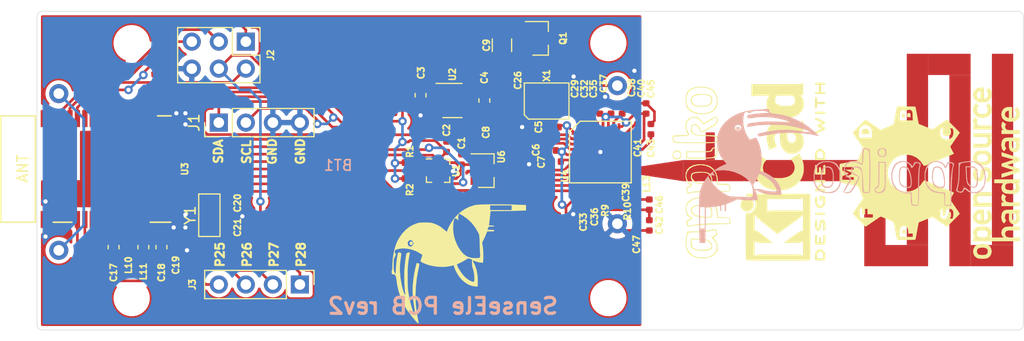
<source format=kicad_pcb>
(kicad_pcb (version 20171130) (host pcbnew 5.1.5-52549c5~84~ubuntu18.04.1)
  (layers (0 F.Cu signal) (31 B.Cu signal) (34 B.Paste user) (35 F.Paste user) (36 B.SilkS user) (37 F.SilkS user) (38 B.Mask user) (39 F.Mask user) (44 Edge.Cuts user))
  (net 0 "")
  (net 1 GND)
  (net 2 "Net-(BT1-Pad1)")
  (net 3 "Net-(C7-Pad2)")
  (net 4 /nRF_Module/DEC4)
  (net 5 /nRF_Module/XL1)
  (net 6 /nRF_Module/XL2)
  (net 7 "Net-(C29-Pad1)")
  (net 8 "Net-(C29-Pad2)")
  (net 9 "Net-(C32-Pad1)")
  (net 10 "Net-(C38-Pad1)")
  (net 11 "Net-(C41-Pad2)")
  (net 12 "Net-(C41-Pad1)")
  (net 13 "Net-(C43-Pad2)")
  (net 14 "Net-(C46-Pad2)")
  (net 15 /nRF_Module/SWDIO)
  (net 16 /nRF_Module/RX)
  (net 17 /nRF_Module/SWDCLK)
  (net 18 /nRF_Module/TX)
  (net 19 "Net-(L10-Pad2)")
  (net 20 /nRF_Module/DCC)
  (net 21 /nRF_Module/SCL)
  (net 22 /nRF_Module/SDA)
  (net 23 "Net-(R9-Pad1)")
  (net 24 /nRF_Module/INT)
  (net 25 /CC1120/TCXO_EN)
  (net 26 "Net-(U2-Pad4)")
  (net 27 "Net-(U3-Pad41)")
  (net 28 "Net-(U3-Pad40)")
  (net 29 "Net-(U3-Pad32)")
  (net 30 "Net-(U3-Pad31)")
  (net 31 "Net-(U3-Pad29)")
  (net 32 /CC1120/RESET_N)
  (net 33 /CC1120/GPIO3)
  (net 34 /CC1120/GPIO0)
  (net 35 /CC1120/GPIO2)
  (net 36 /CC1120/CSN)
  (net 37 /CC1120/SCLK)
  (net 38 /CC1120/MOSI)
  (net 39 /CC1120/MISO)
  (net 40 /nRF_Module/HallEffect)
  (net 41 "Net-(U3-Pad7)")
  (net 42 "Net-(U3-Pad6)")
  (net 43 "Net-(U4-Pad16)")
  (net 44 "Net-(U4-Pad18)")
  (net 45 "Net-(U4-Pad31)")
  (net 46 "Net-(X1-Pad1)")
  (net 47 "Net-(AE1-Pad1)")
  (net 48 VDD)
  (net 49 /CC1120/1V8)
  (net 50 "Net-(U3-Pad33)")
  (net 51 "Net-(U3-Pad38)")
  (net 52 "Net-(U3-Pad30)")
  (net 53 "Net-(J3-Pad4)")
  (net 54 "Net-(J3-Pad3)")
  (net 55 "Net-(J3-Pad2)")
  (net 56 "Net-(J3-Pad1)")
  (net 57 "Net-(BT1-Pad3)")
  (module sense_fp:CC1120 (layer F.Cu) (at 42.25 30.75)
    (fp_text reference U4 (at -3.35 2.25 90) (layer F.SilkS) (effects (font (size 0.6 0.6))))
    (fp_text value CC1175)
    (pad 33 smd rect (at 0 0) (size 3.45 3.45) (layers F.Cu F.Paste F.Mask) (net 1 GND))
    (pad 32 smd rect (at -1.75 -2.4) (size 0.25 0.6) (layers F.Cu F.Paste F.Mask) (net 7 "Net-(C29-Pad1)"))
    (pad 31 smd rect (at -1.25 -2.4) (size 0.25 0.6) (layers F.Cu F.Paste F.Mask) (net 45 "Net-(U4-Pad31)"))
    (pad 30 smd rect (at -0.75 -2.4) (size 0.25 0.6) (layers F.Cu F.Paste F.Mask) (net 1 GND))
    (pad 29 smd rect (at -0.25 -2.4) (size 0.25 0.6) (layers F.Cu F.Paste F.Mask) (net 9 "Net-(C32-Pad1)"))
    (pad 28 smd rect (at 0.25 -2.4) (size 0.25 0.6) (layers F.Cu F.Paste F.Mask) (net 48 VDD))
    (pad 27 smd rect (at 0.75 -2.4) (size 0.25 0.6) (layers F.Cu F.Paste F.Mask) (net 48 VDD))
    (pad 26 smd rect (at 1.25 -2.4) (size 0.25 0.6) (layers F.Cu F.Paste F.Mask) (net 10 "Net-(C38-Pad1)"))
    (pad 25 smd rect (at 1.75 -2.4) (size 0.25 0.6) (layers F.Cu F.Paste F.Mask) (net 48 VDD))
    (pad 24 smd rect (at 2.4 -1.75 270) (size 0.25 0.6) (layers F.Cu F.Paste F.Mask) (net 11 "Net-(C41-Pad2)"))
    (pad 23 smd rect (at 2.4 -1.25 270) (size 0.25 0.6) (layers F.Cu F.Paste F.Mask) (net 12 "Net-(C41-Pad1)"))
    (pad 22 smd rect (at 2.4 -0.75 270) (size 0.25 0.6) (layers F.Cu F.Paste F.Mask) (net 48 VDD))
    (pad 21 smd rect (at 2.4 -0.25 270) (size 0.25 0.6) (layers F.Cu F.Paste F.Mask) (net 13 "Net-(C43-Pad2)"))
    (pad 20 smd rect (at 2.4 0.25 270) (size 0.25 0.6) (layers F.Cu F.Paste F.Mask) (net 1 GND))
    (pad 19 smd rect (at 2.4 0.75 270) (size 0.25 0.6) (layers F.Cu F.Paste F.Mask) (net 1 GND))
    (pad 18 smd rect (at 2.4 1.25 270) (size 0.25 0.6) (layers F.Cu F.Paste F.Mask) (net 44 "Net-(U4-Pad18)"))
    (pad 17 smd rect (at 2.4 1.75 270) (size 0.25 0.6) (layers F.Cu F.Paste F.Mask) (net 47 "Net-(AE1-Pad1)"))
    (pad 16 smd rect (at 1.75 2.4 180) (size 0.25 0.6) (layers F.Cu F.Paste F.Mask) (net 43 "Net-(U4-Pad16)"))
    (pad 15 smd rect (at 1.25 2.4 180) (size 0.25 0.6) (layers F.Cu F.Paste F.Mask) (net 48 VDD))
    (pad 14 smd rect (at 0.75 2.4 180) (size 0.25 0.6) (layers F.Cu F.Paste F.Mask) (net 23 "Net-(R9-Pad1)"))
    (pad 13 smd rect (at 0.25 2.4 180) (size 0.25 0.6) (layers F.Cu F.Paste F.Mask) (net 48 VDD))
    (pad 12 smd rect (at -0.25 2.4 180) (size 0.25 0.6) (layers F.Cu F.Paste F.Mask) (net 48 VDD))
    (pad 11 smd rect (at -0.75 2.4 180) (size 0.25 0.6) (layers F.Cu F.Paste F.Mask) (net 36 /CC1120/CSN))
    (pad 10 smd rect (at -1.25 2.4 180) (size 0.25 0.6) (layers F.Cu F.Paste F.Mask) (net 34 /CC1120/GPIO0))
    (pad 9 smd rect (at -1.75 2.4 180) (size 0.25 0.6) (layers F.Cu F.Paste F.Mask) (net 39 /CC1120/MISO))
    (pad 8 smd rect (at -2.4 1.75 90) (size 0.25 0.6) (layers F.Cu F.Paste F.Mask) (net 37 /CC1120/SCLK))
    (pad 7 smd rect (at -2.4 1.25 90) (size 0.25 0.6) (layers F.Cu F.Paste F.Mask) (net 38 /CC1120/MOSI))
    (pad 6 smd rect (at -2.4 0.75 90) (size 0.25 0.6) (layers F.Cu F.Paste F.Mask) (net 3 "Net-(C7-Pad2)"))
    (pad 5 smd rect (at -2.4 0.25 90) (size 0.25 0.6) (layers F.Cu F.Paste F.Mask) (net 48 VDD))
    (pad 4 smd rect (at -2.4 -0.25 90) (size 0.25 0.6) (layers F.Cu F.Paste F.Mask) (net 35 /CC1120/GPIO2))
    (pad 3 smd rect (at -2.4 -0.75 90) (size 0.25 0.6) (layers F.Cu F.Paste F.Mask) (net 33 /CC1120/GPIO3))
    (pad 2 smd rect (at -2.4 -1.25 90) (size 0.25 0.6) (layers F.Cu F.Paste F.Mask) (net 32 /CC1120/RESET_N))
    (pad 1 smd rect (at -2.4 -1.75 90) (size 0.25 0.6) (layers F.Cu F.Paste F.Mask) (net 48 VDD))
  )
  (module sense_fp:mdbt42Q (layer F.Cu) (at -4.6 32.35 90)
    (fp_text reference U3 (at 0 7.8 90) (layer F.SilkS) (effects (font (size 0.6 0.6))))
    (fp_text value MDBT42Q hide)
    (fp_text user ANT (at 0.05 -7.45 90) (layer F.SilkS))
    (pad 12 smd rect (at -4.3 6.25 90) (size 0.5 1.6) (layers F.Cu F.Paste F.Mask) (net 1 GND))
    (pad 2 smd rect (at -4.75 -2.3 90) (size 1.6 0.5) (layers F.Cu F.Paste F.Mask) (net 53 "Net-(J3-Pad4)"))
    (pad 1 smd rect (at -4.75 -5.3 90) (size 1.6 0.9) (layers F.Cu F.Paste F.Mask) (net 1 GND))
    (pad 3 smd rect (at -4.75 -1.6 90) (size 1.6 0.5) (layers F.Cu F.Paste F.Mask) (net 54 "Net-(J3-Pad3)"))
    (pad 4 smd rect (at -4.75 -0.9 90) (size 1.6 0.5) (layers F.Cu F.Paste F.Mask) (net 55 "Net-(J3-Pad2)"))
    (pad 5 smd rect (at -4.75 -0.2 90) (size 1.6 0.5) (layers F.Cu F.Paste F.Mask) (net 56 "Net-(J3-Pad1)"))
    (pad 6 smd rect (at -4.75 0.5 90) (size 1.6 0.5) (layers F.Cu F.Paste F.Mask) (net 42 "Net-(U3-Pad6)"))
    (pad 7 smd rect (at -4.75 1.2 90) (size 1.6 0.5) (layers F.Cu F.Paste F.Mask) (net 41 "Net-(U3-Pad7)"))
    (pad 8 smd rect (at -4.75 1.9 90) (size 1.6 0.5) (layers F.Cu F.Paste F.Mask) (net 48 VDD))
    (pad 9 smd rect (at -4.75 2.6 90) (size 1.6 0.5) (layers F.Cu F.Paste F.Mask) (net 4 /nRF_Module/DEC4))
    (pad 10 smd rect (at -4.75 3.3 90) (size 1.6 0.5) (layers F.Cu F.Paste F.Mask) (net 20 /nRF_Module/DCC))
    (pad 11 smd rect (at -4.75 4 90) (size 1.6 0.5) (layers F.Cu F.Paste F.Mask) (net 48 VDD))
    (pad 13 smd rect (at -3.5 6.25 90) (size 0.5 1.6) (layers F.Cu F.Paste F.Mask) (net 5 /nRF_Module/XL1))
    (pad 14 smd rect (at -2.8 6.25 90) (size 0.5 1.6) (layers F.Cu F.Paste F.Mask) (net 6 /nRF_Module/XL2))
    (pad 15 smd rect (at -2.1 6.25 90) (size 0.5 1.6) (layers F.Cu F.Paste F.Mask) (net 36 /CC1120/CSN))
    (pad 16 smd rect (at -1.4 6.25 90) (size 0.5 1.6) (layers F.Cu F.Paste F.Mask) (net 34 /CC1120/GPIO0))
    (pad 17 smd rect (at -0.7 6.25 90) (size 0.5 1.6) (layers F.Cu F.Paste F.Mask) (net 39 /CC1120/MISO))
    (pad 18 smd rect (at 0 6.25 90) (size 0.5 1.6) (layers F.Cu F.Paste F.Mask) (net 37 /CC1120/SCLK))
    (pad 19 smd rect (at 0.7 6.25 90) (size 0.5 1.6) (layers F.Cu F.Paste F.Mask) (net 38 /CC1120/MOSI))
    (pad 20 smd rect (at 1.4 6.25 90) (size 0.5 1.6) (layers F.Cu F.Paste F.Mask) (net 35 /CC1120/GPIO2))
    (pad 21 smd rect (at 2.1 6.25 90) (size 0.5 1.6) (layers F.Cu F.Paste F.Mask) (net 33 /CC1120/GPIO3))
    (pad 22 smd rect (at 2.8 6.25 90) (size 0.5 1.6) (layers F.Cu F.Paste F.Mask) (net 32 /CC1120/RESET_N))
    (pad 23 smd rect (at 3.5 6.25 90) (size 0.5 1.6) (layers F.Cu F.Paste F.Mask) (net 40 /nRF_Module/HallEffect))
    (pad 24 smd rect (at 4.2 6.25 90) (size 0.5 1.6) (layers F.Cu F.Paste F.Mask) (net 1 GND))
    (pad 25 smd rect (at 4.75 4.7 90) (size 1.6 0.5) (layers F.Cu F.Paste F.Mask) (net 22 /nRF_Module/SDA))
    (pad 26 smd rect (at 4.75 4 90) (size 1.6 0.5) (layers F.Cu F.Paste F.Mask) (net 21 /nRF_Module/SCL))
    (pad 27 smd rect (at 4.75 3.3 90) (size 1.6 0.5) (layers F.Cu F.Paste F.Mask) (net 24 /nRF_Module/INT))
    (pad 28 smd rect (at 4.75 2.6 90) (size 1.6 0.5) (layers F.Cu F.Paste F.Mask) (net 25 /CC1120/TCXO_EN))
    (pad 29 smd rect (at 4.75 1.9 90) (size 1.6 0.5) (layers F.Cu F.Paste F.Mask) (net 31 "Net-(U3-Pad29)"))
    (pad 30 smd rect (at 4.75 1.2 90) (size 1.6 0.5) (layers F.Cu F.Paste F.Mask) (net 52 "Net-(U3-Pad30)"))
    (pad 31 smd rect (at 4.75 0.5 90) (size 1.6 0.5) (layers F.Cu F.Paste F.Mask) (net 30 "Net-(U3-Pad31)"))
    (pad 32 smd rect (at 4.75 -0.2 90) (size 1.6 0.5) (layers F.Cu F.Paste F.Mask) (net 29 "Net-(U3-Pad32)"))
    (pad 33 smd rect (at 4.75 -0.9 90) (size 1.6 0.5) (layers F.Cu F.Paste F.Mask) (net 50 "Net-(U3-Pad33)"))
    (pad 34 smd rect (at 4.75 -1.6 90) (size 1.6 0.5) (layers F.Cu F.Paste F.Mask) (net 18 /nRF_Module/TX))
    (pad 35 smd rect (at 4.75 -2.3 90) (size 1.6 0.5) (layers F.Cu F.Paste F.Mask) (net 16 /nRF_Module/RX))
    (pad 36 smd rect (at 4.75 -3 90) (size 1.6 0.5) (layers F.Cu F.Paste F.Mask) (net 17 /nRF_Module/SWDCLK))
    (pad 37 smd rect (at 4.75 -3.7 90) (size 1.6 0.5) (layers F.Cu F.Paste F.Mask) (net 15 /nRF_Module/SWDIO))
    (pad 38 smd rect (at 4.75 -4.4 90) (size 1.6 0.5) (layers F.Cu F.Paste F.Mask) (net 51 "Net-(U3-Pad38)"))
    (pad 39 smd rect (at 4.75 -5.3 90) (size 1.6 0.9) (layers F.Cu F.Paste F.Mask) (net 1 GND))
    (pad 40 smd rect (at 2.9 -4.75 90) (size 1.2 0.5) (layers F.Cu F.Paste F.Mask) (net 28 "Net-(U3-Pad40)"))
    (pad 41 smd rect (at 2.9 -3.35 90) (size 1.2 0.5) (layers F.Cu F.Paste F.Mask) (net 27 "Net-(U3-Pad41)"))
  )
  (module sense_fp:TXKTPCSANF-32 (layer F.Cu) (at 37.2 25.95 90)
    (fp_text reference X1 (at 2.4 0 90) (layer F.SilkS) (effects (font (size 0.6 0.6))))
    (fp_text value " TXKTPCSANF-32")
    (pad 4 smd rect (at 0.9 -1.2 90) (size 0.9 1) (layers F.Cu F.Paste F.Mask) (net 49 /CC1120/1V8))
    (pad 3 smd rect (at 0.9 1.2 90) (size 0.9 1) (layers F.Cu F.Paste F.Mask) (net 8 "Net-(C29-Pad2)"))
    (pad 2 smd rect (at -0.9 1.2 90) (size 0.9 1) (layers F.Cu F.Paste F.Mask) (net 1 GND))
    (pad 1 smd rect (at -0.9 -1.2 90) (size 0.9 1) (layers F.Cu F.Paste F.Mask) (net 46 "Net-(X1-Pad1)"))
  )
  (module sense_fp:OSHW1 (layer F.Cu) (at 73.2 32.75 90)
    (fp_text reference G*** hide)
    (fp_text value LOGO hide)
  )
  (module sense_fp:KiCad-Logo2_8mm_SilkScreen (layer F.Cu) (at 59.4 32.6 90)
    (fp_text reference "" hide)
    (fp_text value KiCad-Logo2_8mm_SilkScreen hide)
  )
  (module sense_fp:Appiko_Logo_2 (layer B.Cu) (at 72.65 33.1 180)
    (fp_text reference G*** hide)
    (fp_text value Appiko_Logo_2 hide)
  )
  (module sense_fp:Appiko_Logo_2 (layer F.Cu) (at 51.75 34.95 90)
    (fp_text reference G*** hide)
    (fp_text value Appiko_Logo_2 hide)
  )
  (module sense_fp:Appiko_LOGO_img (layer B.Cu) (at 57.15 33 180)
    (fp_text reference G*** hide)
    (fp_text value Appiko_LOGO_img hide)
  )
  (module sense_fp:Appiko_LOGO_img (layer F.Cu) (at 28.95 41.3 90)
    (fp_text reference G*** hide)
    (fp_text value Appiko_LOGO_img hide)
  )
  (module sense_fp:MP000325 (layer B.Cu) (at 17.6 32.5)
    (fp_text reference BT1 (at 0 -0.5) (layer B.SilkS) (effects (justify mirror)))
    (fp_text value MP000325)
    (pad 4 thru_hole circle (at -26.25 -7.25) (size 1.8 1.8) (drill 1) (layers *.Cu *.Mask) (net 2 "Net-(BT1-Pad1)"))
    (pad 1 thru_hole circle (at -26.25 7.5) (size 1.8 1.8) (drill 1) (layers *.Cu *.Mask) (net 2 "Net-(BT1-Pad1)"))
    (pad 3 thru_hole circle (at 26.25 -8) (size 1.8 1.8) (drill 1) (layers *.Cu *.Mask) (net 57 "Net-(BT1-Pad3)"))
    (pad 2 thru_hole circle (at 26.25 5) (size 1.8 1.8) (drill 1) (layers *.Cu *.Mask) (net 1 GND))
  )
  (module sense_fp:PinHeader_1x04_P2.54mm_Vertical (layer F.Cu) (at 6.39 27.98 90)
    (fp_text reference J1 (at 0 -2.33 90) (layer F.SilkS))
    (fp_text value Conn_01x02)
    (pad 4 thru_hole oval (at 0 7.62 90) (size 1.7 1.7) (drill 1) (layers *.Cu *.Mask) (net 1 GND))
    (pad 3 thru_hole oval (at 0 5.08 90) (size 1.7 1.7) (drill 1) (layers *.Cu *.Mask) (net 1 GND))
    (pad 2 thru_hole oval (at 0 2.54 90) (size 1.7 1.7) (drill 1) (layers *.Cu *.Mask) (net 21 /nRF_Module/SCL))
    (pad 1 thru_hole rect (at 0 0 90) (size 1.7 1.7) (drill 1) (layers *.Cu *.Mask) (net 22 /nRF_Module/SDA))
  )
  (module sense_fp:PinHeader_1x04_P2.54mm_Vertical (layer F.Cu) (at 14.01 43.22 270)
    (fp_text reference J3 (at 0 10.11 90) (layer F.SilkS) (effects (font (size 0.6 0.6))))
    (fp_text value Conn_01x04)
    (pad 4 thru_hole oval (at 0 7.62 270) (size 1.7 1.7) (drill 1) (layers *.Cu *.Mask) (net 53 "Net-(J3-Pad4)"))
    (pad 3 thru_hole oval (at 0 5.08 270) (size 1.7 1.7) (drill 1) (layers *.Cu *.Mask) (net 54 "Net-(J3-Pad3)"))
    (pad 2 thru_hole oval (at 0 2.54 270) (size 1.7 1.7) (drill 1) (layers *.Cu *.Mask) (net 55 "Net-(J3-Pad2)"))
    (pad 1 thru_hole rect (at 0 0 270) (size 1.7 1.7) (drill 1) (layers *.Cu *.Mask) (net 56 "Net-(J3-Pad1)"))
  )
  (module sense_fp:C_1206_3216Metric (layer F.Cu) (at 33 20.7 90)
    (fp_text reference C9 (at 0 -1.45 90) (layer F.SilkS) (effects (font (size 0.6 0.6))))
    (fp_text value 22uF)
    (pad 2 smd roundrect (at 1.4 0 90) (size 1.25 1.75) (layers F.Cu F.Paste F.Mask) (roundrect_rratio 0.2) (net 1 GND))
    (pad 1 smd roundrect (at -1.4 0 90) (size 1.25 1.75) (layers F.Cu F.Paste F.Mask) (roundrect_rratio 0.2) (net 48 VDD))
  )
  (module sense_fp:C_0402_1005Metric (layer F.Cu) (at 45.64 33.75 270)
    (fp_text reference L13 (at 0 -0.96 90) (layer F.SilkS) (effects (font (size 0.6 0.6))))
    (fp_text value 10nH)
    (pad 2 smd roundrect (at 0.485 0 270) (size 0.59 0.64) (layers F.Cu F.Paste F.Mask) (net 14 "Net-(C46-Pad2)"))
    (pad 1 smd roundrect (at -0.485 0 270) (size 0.59 0.64) (layers F.Cu F.Paste F.Mask) (net 47 "Net-(AE1-Pad1)"))
  )
  (module sense_fp:C_0603_1608Metric (layer F.Cu) (at -0.7 39.7 90)
    (fp_text reference L11 (at -2.3 0 90) (layer F.SilkS) (effects (font (size 0.6 0.6))))
    (fp_text value 10uH)
    (pad 2 smd roundrect (at 0.7875 0 90) (size 0.875 0.95) (layers F.Cu F.Paste F.Mask) (net 20 /nRF_Module/DCC))
    (pad 1 smd roundrect (at -0.7875 0 90) (size 0.875 0.95) (layers F.Cu F.Paste F.Mask) (net 19 "Net-(L10-Pad2)"))
  )
  (module sense_fp:C_0402_1005Metric (layer F.Cu) (at -2.1 39.6 270)
    (fp_text reference L10 (at 1.8 0 90) (layer F.SilkS) (effects (font (size 0.6 0.6))))
    (fp_text value 15nH)
    (pad 2 smd roundrect (at 0.485 0 270) (size 0.59 0.64) (layers F.Cu F.Paste F.Mask) (net 19 "Net-(L10-Pad2)"))
    (pad 1 smd roundrect (at -0.485 0 270) (size 0.59 0.64) (layers F.Cu F.Paste F.Mask) (net 4 /nRF_Module/DEC4))
  )
  (module sense_fp:DN024_taper (layer F.Cu) (at 47.55 32.5)
    (fp_text reference AE1 hide)
    (fp_text value Antenna)
    (pad "" smd rect (at 5.027 -2.3) (size 0.85 2.6) (layers F.Cu))
    (pad "" smd rect (at 32.5 -2) (size 2 18) (layers F.Cu))
    (pad "" smd rect (at 28.5 0) (size 2 18) (layers F.Cu))
    (pad "" smd rect (at 24.5 -2) (size 2 18) (layers F.Cu))
    (pad "" smd rect (at 31.5 8) (size 4 2) (layers F.Cu))
    (pad "" smd rect (at 27.5 -10) (size 4 2) (layers F.Cu))
    (pad "" smd rect (at 20.5 5) (size 2 8) (layers F.Cu))
    (pad "" smd rect (at 23.5 8) (size 4 2) (layers F.Cu))
    (pad "" smd rect (at 12 0) (size 19 2) (layers F.Cu))
    (pad 1 smd trapezoid (at 0 0 90) (size 1.25 5.004) (rect_delta 0 0.75) (layers F.Cu) (net 47 "Net-(AE1-Pad1)"))
  )
  (module sense_fp:C_0603_1608Metric (layer F.Cu) (at 25.35 25.4 90)
    (fp_text reference C3 (at 2.1 0.05 90) (layer F.SilkS) (effects (font (size 0.6 0.6))))
    (fp_text value 1uF)
    (pad 2 smd roundrect (at 0.7875 0 90) (size 0.875 0.95) (layers F.Cu F.Paste F.Mask) (net 48 VDD))
    (pad 1 smd roundrect (at -0.7875 0 90) (size 0.875 0.95) (layers F.Cu F.Paste F.Mask) (net 1 GND))
  )
  (module sense_fp:C_0603_1608Metric (layer F.Cu) (at 31.35 25.9 90)
    (fp_text reference C4 (at 2.15 0 90) (layer F.SilkS) (effects (font (size 0.6 0.6))))
    (fp_text value 1uF)
    (pad 2 smd roundrect (at 0.7875 0 90) (size 0.875 0.95) (layers F.Cu F.Paste F.Mask) (net 49 /CC1120/1V8))
    (pad 1 smd roundrect (at -0.7875 0 90) (size 0.875 0.95) (layers F.Cu F.Paste F.Mask) (net 1 GND))
  )
  (module Package_TO_SOT_SMD:SOT-23-5 (layer F.Cu) (at 28.35 25.9)
    (fp_text reference U2 (at 0 -2.45 90) (layer F.SilkS) (effects (font (size 0.6 0.6))))
    (fp_text value MIC5504-1.8YM5)
    (pad 1 smd rect (at -1.1 -0.95) (size 1.06 0.65) (layers F.Cu F.Paste F.Mask) (net 48 VDD))
    (pad 2 smd rect (at -1.1 0) (size 1.06 0.65) (layers F.Cu F.Paste F.Mask) (net 1 GND))
    (pad 3 smd rect (at -1.1 0.95) (size 1.06 0.65) (layers F.Cu F.Paste F.Mask) (net 25 /CC1120/TCXO_EN))
    (pad 4 smd rect (at 1.1 0.95) (size 1.06 0.65) (layers F.Cu F.Paste F.Mask) (net 26 "Net-(U2-Pad4)"))
    (pad 5 smd rect (at 1.1 -0.95) (size 1.06 0.65) (layers F.Cu F.Paste F.Mask) (net 49 /CC1120/1V8))
  )
  (module sense_fp:C_0402_1005Metric (layer F.Cu) (at 34.5 25.85 90)
    (fp_text reference C26 (at 1.85 0 90) (layer F.SilkS) (effects (font (size 0.6 0.6))))
    (fp_text value 100nF)
    (pad 2 smd roundrect (at 0.485 0 90) (size 0.59 0.64) (layers F.Cu F.Paste F.Mask) (net 49 /CC1120/1V8))
    (pad 1 smd roundrect (at -0.485 0 90) (size 0.59 0.64) (layers F.Cu F.Paste F.Mask) (net 1 GND))
  )
  (module sense_fp:C_0402_1005Metric (layer F.Cu) (at 39.9 26.65 90)
    (fp_text reference C29 (at 1.85 -0.05 90) (layer F.SilkS) (effects (font (size 0.6 0.6))))
    (fp_text value 22pF)
    (pad 1 smd roundrect (at -0.485 0 90) (size 0.59 0.64) (layers F.Cu F.Paste F.Mask) (net 7 "Net-(C29-Pad1)"))
    (pad 2 smd roundrect (at 0.485 0 90) (size 0.59 0.64) (layers F.Cu F.Paste F.Mask) (net 8 "Net-(C29-Pad2)"))
  )
  (module sense_fp:C_0402_1005Metric (layer F.Cu) (at 44.3 26.65 90)
    (fp_text reference C38 (at 1.95 0.9 90) (layer F.SilkS) (effects (font (size 0.6 0.6))))
    (fp_text value 47nF)
    (pad 2 smd roundrect (at 0.485 0 90) (size 0.59 0.64) (layers F.Cu F.Paste F.Mask) (net 1 GND))
    (pad 1 smd roundrect (at -0.485 0 90) (size 0.59 0.64) (layers F.Cu F.Paste F.Mask) (net 10 "Net-(C38-Pad1)"))
  )
  (module sense_fp:C_0402_1005Metric (layer F.Cu) (at 43.25 26.65 90)
    (fp_text reference C37 (at 2.35 -0.7 90) (layer F.SilkS) (effects (font (size 0.6 0.6))))
    (fp_text value 47nF)
    (pad 2 smd roundrect (at 0.485 0 90) (size 0.59 0.64) (layers F.Cu F.Paste F.Mask) (net 1 GND))
    (pad 1 smd roundrect (at -0.485 0 90) (size 0.59 0.64) (layers F.Cu F.Paste F.Mask) (net 48 VDD))
  )
  (module sense_fp:C_0402_1005Metric (layer F.Cu) (at 40.95 26.65 90)
    (fp_text reference C32 (at 1.85 -0.2 90) (layer F.SilkS) (effects (font (size 0.6 0.6))))
    (fp_text value 47nF)
    (pad 2 smd roundrect (at 0.485 0 90) (size 0.59 0.64) (layers F.Cu F.Paste F.Mask) (net 1 GND))
    (pad 1 smd roundrect (at -0.485 0 90) (size 0.59 0.64) (layers F.Cu F.Paste F.Mask) (net 9 "Net-(C32-Pad1)"))
  )
  (module sense_fp:C_0402_1005Metric (layer F.Cu) (at 42.2 26.65 90)
    (fp_text reference C35 (at 1.85 -0.6 90) (layer F.SilkS) (effects (font (size 0.6 0.6))))
    (fp_text value 47nF)
    (pad 2 smd roundrect (at 0.485 0 90) (size 0.59 0.64) (layers F.Cu F.Paste F.Mask) (net 1 GND))
    (pad 1 smd roundrect (at -0.485 0 90) (size 0.59 0.64) (layers F.Cu F.Paste F.Mask) (net 48 VDD))
  )
  (module sense_fp:SOT-23 (layer F.Cu) (at 31.5 32.5)
    (fp_text reference U6 (at 1.45 -1.3 90) (layer F.SilkS) (effects (font (size 0.6 0.6))))
    (fp_text value SI7201-B-00-FV)
    (pad 3 smd rect (at 1 0) (size 0.9 0.8) (layers F.Cu F.Paste F.Mask) (net 1 GND))
    (pad 2 smd rect (at -1 0.95) (size 0.9 0.8) (layers F.Cu F.Paste F.Mask) (net 40 /nRF_Module/HallEffect))
    (pad 1 smd rect (at -1 -0.95) (size 0.9 0.8) (layers F.Cu F.Paste F.Mask) (net 48 VDD))
  )
  (module sense_fp:C_0402_1005Metric (layer F.Cu) (at 45.65 35.7 270)
    (fp_text reference R10 (at 0.6 0.85 90) (layer F.SilkS) (effects (font (size 0.6 0.6))))
    (fp_text value 10E)
    (pad 2 smd roundrect (at 0.485 0 270) (size 0.59 0.64) (layers F.Cu F.Paste F.Mask) (net 48 VDD))
    (pad 1 smd roundrect (at -0.485 0 270) (size 0.59 0.64) (layers F.Cu F.Paste F.Mask) (net 14 "Net-(C46-Pad2)"))
  )
  (module sense_fp:C_0402_1005Metric (layer F.Cu) (at 42.7 34.7 270)
    (fp_text reference R9 (at 1.55 0 90) (layer F.SilkS) (effects (font (size 0.6 0.6))))
    (fp_text value 56k)
    (pad 2 smd roundrect (at 0.485 0 270) (size 0.59 0.64) (layers F.Cu F.Paste F.Mask) (net 1 GND))
    (pad 1 smd roundrect (at -0.485 0 270) (size 0.59 0.64) (layers F.Cu F.Paste F.Mask) (net 23 "Net-(R9-Pad1)"))
  )
  (module sense_fp:C_0402_1005Metric (layer F.Cu) (at 24.35 33.25)
    (fp_text reference R2 (at 0 1.05 90) (layer F.SilkS) (effects (font (size 0.6 0.6))))
    (fp_text value 10k)
    (pad 2 smd roundrect (at 0.485 0) (size 0.59 0.64) (layers F.Cu F.Paste F.Mask) (net 22 /nRF_Module/SDA))
    (pad 1 smd roundrect (at -0.485 0) (size 0.59 0.64) (layers F.Cu F.Paste F.Mask) (net 48 VDD))
  )
  (module sense_fp:C_0402_1005Metric (layer F.Cu) (at 24.35 31.75)
    (fp_text reference R1 (at 0 -1.05 90) (layer F.SilkS) (effects (font (size 0.6 0.6))))
    (fp_text value 10k)
    (pad 2 smd roundrect (at 0.485 0) (size 0.59 0.64) (layers F.Cu F.Paste F.Mask) (net 21 /nRF_Module/SCL))
    (pad 1 smd roundrect (at -0.485 0) (size 0.59 0.64) (layers F.Cu F.Paste F.Mask) (net 48 VDD))
  )
  (module sense_fp:SOT-23 (layer F.Cu) (at 36.6 20.05)
    (fp_text reference Q1 (at 2.15 0 90) (layer F.SilkS) (effects (font (size 0.6 0.6))))
    (fp_text value IRLML6401)
    (pad 3 smd rect (at 1 0) (size 0.9 0.8) (layers F.Cu F.Paste F.Mask) (net 57 "Net-(BT1-Pad3)"))
    (pad 2 smd rect (at -1 0.95) (size 0.9 0.8) (layers F.Cu F.Paste F.Mask) (net 48 VDD))
    (pad 1 smd rect (at -1 -0.95) (size 0.9 0.8) (layers F.Cu F.Paste F.Mask) (net 1 GND))
  )
  (module sense_fp:MountingHole_2.7mm_M2.5 (layer F.Cu) (at 43 44.5)
    (fp_text reference MK4 hide)
    (fp_text value Mounting_Hole)
    (pad 1 np_thru_hole circle (at 0 0) (size 2.7 2.7) (drill 2.7) (layers *.Cu *.Mask))
  )
  (module sense_fp:MountingHole_2.7mm_M2.5 (layer F.Cu) (at -1.8 44.5)
    (fp_text reference MK3 hide)
    (fp_text value Mounting_Hole)
    (pad 1 np_thru_hole circle (at 0 0) (size 2.7 2.7) (drill 2.7) (layers *.Cu *.Mask))
  )
  (module sense_fp:MountingHole_2.7mm_M2.5 (layer F.Cu) (at 43 20.5)
    (fp_text reference MK2 hide)
    (fp_text value Mounting_Hole)
    (pad 1 np_thru_hole circle (at 0 0) (size 2.7 2.7) (drill 2.7) (layers *.Cu *.Mask))
  )
  (module sense_fp:MountingHole_2.7mm_M2.5 (layer F.Cu) (at -1.8 20.5)
    (fp_text reference MK1 hide)
    (fp_text value Mounting_Hole)
    (pad 1 np_thru_hole circle (at 0 0) (size 2.7 2.7) (drill 2.7) (layers *.Cu *.Mask))
  )
  (module sense_fp:C_0402_1005Metric (layer F.Cu) (at 45.65 37.65 90)
    (fp_text reference C47 (at -1.8 0 90) (layer F.SilkS) (effects (font (size 0.6 0.6))))
    (fp_text value 100pF)
    (pad 2 smd roundrect (at 0.485 0 90) (size 0.59 0.64) (layers F.Cu F.Paste F.Mask) (net 48 VDD))
    (pad 1 smd roundrect (at -0.485 0 90) (size 0.59 0.64) (layers F.Cu F.Paste F.Mask) (net 1 GND))
  )
  (module sense_fp:C_0402_1005Metric (layer F.Cu) (at 46.85 35.7 90)
    (fp_text reference C46 (at 0 0.95 90) (layer F.SilkS) (effects (font (size 0.6 0.6))))
    (fp_text value 33pF)
    (pad 2 smd roundrect (at 0.485 0 90) (size 0.59 0.64) (layers F.Cu F.Paste F.Mask) (net 14 "Net-(C46-Pad2)"))
    (pad 1 smd roundrect (at -0.485 0 90) (size 0.59 0.64) (layers F.Cu F.Paste F.Mask) (net 48 VDD))
  )
  (module sense_fp:C_0402_1005Metric (layer F.Cu) (at 46.55 26.65 270)
    (fp_text reference C45 (at -1.85 -0.45 90) (layer F.SilkS) (effects (font (size 0.6 0.6))))
    (fp_text value 47nF)
    (pad 2 smd roundrect (at 0.485 0 270) (size 0.59 0.64) (layers F.Cu F.Paste F.Mask) (net 48 VDD))
    (pad 1 smd roundrect (at -0.485 0 270) (size 0.59 0.64) (layers F.Cu F.Paste F.Mask) (net 1 GND))
  )
  (module sense_fp:C_0402_1005Metric (layer F.Cu) (at 47 28.6 270)
    (fp_text reference C43 (at 1.8 0 90) (layer F.SilkS) (effects (font (size 0.6 0.6))))
    (fp_text value 10nF)
    (pad 2 smd roundrect (at 0.485 0 270) (size 0.59 0.64) (layers F.Cu F.Paste F.Mask) (net 13 "Net-(C43-Pad2)"))
    (pad 1 smd roundrect (at -0.485 0 270) (size 0.59 0.64) (layers F.Cu F.Paste F.Mask) (net 1 GND))
  )
  (module sense_fp:C_0402_1005Metric (layer F.Cu) (at 46.85 37.65 90)
    (fp_text reference C42 (at 0 0.95 90) (layer F.SilkS) (effects (font (size 0.6 0.6))))
    (fp_text value 10nF)
    (pad 2 smd roundrect (at 0.485 0 90) (size 0.59 0.64) (layers F.Cu F.Paste F.Mask) (net 48 VDD))
    (pad 1 smd roundrect (at -0.485 0 90) (size 0.59 0.64) (layers F.Cu F.Paste F.Mask) (net 1 GND))
  )
  (module sense_fp:C_0402_1005Metric (layer F.Cu) (at 45.75 28.6 90)
    (fp_text reference C41 (at -1.75 0 90) (layer F.SilkS) (effects (font (size 0.6 0.6))))
    (fp_text value 1.8nF)
    (pad 2 smd roundrect (at 0.485 0 90) (size 0.59 0.64) (layers F.Cu F.Paste F.Mask) (net 11 "Net-(C41-Pad2)"))
    (pad 1 smd roundrect (at -0.485 0 90) (size 0.59 0.64) (layers F.Cu F.Paste F.Mask) (net 12 "Net-(C41-Pad1)"))
  )
  (module sense_fp:C_0402_1005Metric (layer F.Cu) (at 45.5 26.65 90)
    (fp_text reference C40 (at 1.9 0.6 90) (layer F.SilkS) (effects (font (size 0.6 0.6))))
    (fp_text value 47nF)
    (pad 2 smd roundrect (at 0.485 0 90) (size 0.59 0.64) (layers F.Cu F.Paste F.Mask) (net 1 GND))
    (pad 1 smd roundrect (at -0.485 0 90) (size 0.59 0.64) (layers F.Cu F.Paste F.Mask) (net 48 VDD))
  )
  (module sense_fp:C_0402_1005Metric (layer F.Cu) (at 43.75 34.7 90)
    (fp_text reference C39 (at 0.15 0.9 90) (layer F.SilkS) (effects (font (size 0.6 0.6))))
    (fp_text value 47nF)
    (pad 2 smd roundrect (at 0.485 0 90) (size 0.59 0.64) (layers F.Cu F.Paste F.Mask) (net 48 VDD))
    (pad 1 smd roundrect (at -0.485 0 90) (size 0.59 0.64) (layers F.Cu F.Paste F.Mask) (net 1 GND))
  )
  (module sense_fp:C_0402_1005Metric (layer F.Cu) (at 41.65 35 90)
    (fp_text reference C36 (at -1.85 0.05 90) (layer F.SilkS) (effects (font (size 0.6 0.6))))
    (fp_text value 47nF)
    (pad 2 smd roundrect (at 0.485 0 90) (size 0.59 0.64) (layers F.Cu F.Paste F.Mask) (net 48 VDD))
    (pad 1 smd roundrect (at -0.485 0 90) (size 0.59 0.64) (layers F.Cu F.Paste F.Mask) (net 1 GND))
  )
  (module sense_fp:C_0402_1005Metric (layer F.Cu) (at 40.65 35.5 90)
    (fp_text reference C33 (at -1.85 0 90) (layer F.SilkS) (effects (font (size 0.6 0.6))))
    (fp_text value 47nF)
    (pad 2 smd roundrect (at 0.485 0 90) (size 0.59 0.64) (layers F.Cu F.Paste F.Mask) (net 48 VDD))
    (pad 1 smd roundrect (at -0.485 0 90) (size 0.59 0.64) (layers F.Cu F.Paste F.Mask) (net 1 GND))
  )
  (module sense_fp:C_0402_1005Metric (layer F.Cu) (at 7.2 35.6 270)
    (fp_text reference C21 (at 2.25 -0.95 90) (layer F.SilkS) (effects (font (size 0.6 0.6))))
    (fp_text value 8pF)
    (pad 2 smd roundrect (at 0.485 0 270) (size 0.59 0.64) (layers F.Cu F.Paste F.Mask) (net 1 GND))
    (pad 1 smd roundrect (at -0.485 0 270) (size 0.59 0.64) (layers F.Cu F.Paste F.Mask) (net 6 /nRF_Module/XL2))
  )
  (module sense_fp:C_0402_1005Metric (layer F.Cu) (at 7.2 37.8 90)
    (fp_text reference C20 (at 2.25 0.95 90) (layer F.SilkS) (effects (font (size 0.6 0.6))))
    (fp_text value 8pF)
    (pad 2 smd roundrect (at 0.485 0 90) (size 0.59 0.64) (layers F.Cu F.Paste F.Mask) (net 1 GND))
    (pad 1 smd roundrect (at -0.485 0 90) (size 0.59 0.64) (layers F.Cu F.Paste F.Mask) (net 5 /nRF_Module/XL1))
  )
  (module sense_fp:C_0402_1005Metric (layer F.Cu) (at 2.4 39.5 270)
    (fp_text reference C19 (at 1.9 0.05 90) (layer F.SilkS) (effects (font (size 0.6 0.6))))
    (fp_text value 100nF)
    (pad 2 smd roundrect (at 0.485 0 270) (size 0.59 0.64) (layers F.Cu F.Paste F.Mask) (net 1 GND))
    (pad 1 smd roundrect (at -0.485 0 270) (size 0.59 0.64) (layers F.Cu F.Paste F.Mask) (net 48 VDD))
  )
  (module sense_fp:C_0603_1608Metric (layer F.Cu) (at 1 39.7 270)
    (fp_text reference C18 (at 2.4 0 90) (layer F.SilkS) (effects (font (size 0.6 0.6))))
    (fp_text value 1uF)
    (pad 2 smd roundrect (at 0.7875 0 270) (size 0.875 0.95) (layers F.Cu F.Paste F.Mask) (net 1 GND))
    (pad 1 smd roundrect (at -0.7875 0 270) (size 0.875 0.95) (layers F.Cu F.Paste F.Mask) (net 48 VDD))
  )
  (module sense_fp:C_0603_1608Metric (layer F.Cu) (at -3.5 39.7 270)
    (fp_text reference C17 (at 2.4 0 90) (layer F.SilkS) (effects (font (size 0.6 0.6))))
    (fp_text value 1uF)
    (pad 2 smd roundrect (at 0.7875 0 270) (size 0.875 0.95) (layers F.Cu F.Paste F.Mask) (net 1 GND))
    (pad 1 smd roundrect (at -0.7875 0 270) (size 0.875 0.95) (layers F.Cu F.Paste F.Mask) (net 4 /nRF_Module/DEC4))
  )
  (module sense_fp:C_0402_1005Metric (layer F.Cu) (at 31.5 30)
    (fp_text reference C8 (at 0 -1.1 90) (layer F.SilkS) (effects (font (size 0.6 0.6))))
    (fp_text value 100nF)
    (pad 2 smd roundrect (at 0.485 0) (size 0.59 0.64) (layers F.Cu F.Paste F.Mask) (net 1 GND))
    (pad 1 smd roundrect (at -0.485 0) (size 0.59 0.64) (layers F.Cu F.Paste F.Mask) (net 48 VDD))
  )
  (module sense_fp:C_0402_1005Metric (layer F.Cu) (at 38.05 31.65)
    (fp_text reference C7 (at -1.35 0.05 90) (layer F.SilkS) (effects (font (size 0.6 0.6))))
    (fp_text value 220nF)
    (pad 2 smd roundrect (at 0.485 0) (size 0.59 0.64) (layers F.Cu F.Paste F.Mask) (net 3 "Net-(C7-Pad2)"))
    (pad 1 smd roundrect (at -0.485 0) (size 0.59 0.64) (layers F.Cu F.Paste F.Mask) (net 1 GND))
  )
  (module sense_fp:C_0402_1005Metric (layer F.Cu) (at 37.585 30.6)
    (fp_text reference C6 (at -1.385 -0.05 90) (layer F.SilkS) (effects (font (size 0.6 0.6))))
    (fp_text value 47nF)
    (pad 2 smd roundrect (at 0.485 0) (size 0.59 0.64) (layers F.Cu F.Paste F.Mask) (net 48 VDD))
    (pad 1 smd roundrect (at -0.485 0) (size 0.59 0.64) (layers F.Cu F.Paste F.Mask) (net 1 GND))
  )
  (module sense_fp:C_0402_1005Metric (layer F.Cu) (at 37.85 28.4)
    (fp_text reference C5 (at -1.4 0 90) (layer F.SilkS) (effects (font (size 0.6 0.6))))
    (fp_text value 47nF)
    (pad 2 smd roundrect (at 0.485 0) (size 0.59 0.64) (layers F.Cu F.Paste F.Mask) (net 48 VDD))
    (pad 1 smd roundrect (at -0.485 0) (size 0.59 0.64) (layers F.Cu F.Paste F.Mask) (net 1 GND))
  )
  (module sense_fp:C_0402_1005Metric (layer F.Cu) (at 27.8 30.25 90)
    (fp_text reference C2 (at 1.55 0 90) (layer F.SilkS) (effects (font (size 0.6 0.6))))
    (fp_text value 100nF)
    (pad 2 smd roundrect (at 0.485 0 90) (size 0.59 0.64) (layers F.Cu F.Paste F.Mask) (net 1 GND))
    (pad 1 smd roundrect (at -0.485 0 90) (size 0.59 0.64) (layers F.Cu F.Paste F.Mask) (net 48 VDD))
  )
  (module sense_fp:C_0402_1005Metric (layer F.Cu) (at 29.2 31.45 90)
    (fp_text reference C1 (at 1.55 0 90) (layer F.SilkS) (effects (font (size 0.6 0.6))))
    (fp_text value 100nF)
    (pad 2 smd roundrect (at 0.485 0 90) (size 0.59 0.64) (layers F.Cu F.Paste F.Mask) (net 1 GND))
    (pad 1 smd roundrect (at -0.485 0 90) (size 0.59 0.64) (layers F.Cu F.Paste F.Mask) (net 48 VDD))
  )
  (module sense:PinHeader_2x03_P2.54mm_Vertical (layer F.Cu) (at 8.93 20.36 270)
    (fp_text reference J2 (at 1.27 -2.33 90) (layer F.SilkS) (effects (font (size 0.6 0.6))))
    (fp_text value Conn_02x03_Odd_Even)
    (pad 1 thru_hole rect (at 0 0 270) (size 1.7 1.7) (drill 1) (layers *.Cu *.Mask) (net 15 /nRF_Module/SWDIO))
    (pad 2 thru_hole oval (at 2.54 0 270) (size 1.7 1.7) (drill 1) (layers *.Cu *.Mask) (net 16 /nRF_Module/RX))
    (pad 3 thru_hole oval (at 0 2.54 270) (size 1.7 1.7) (drill 1) (layers *.Cu *.Mask) (net 17 /nRF_Module/SWDCLK))
    (pad 4 thru_hole oval (at 2.54 2.54 270) (size 1.7 1.7) (drill 1) (layers *.Cu *.Mask) (net 48 VDD))
    (pad 5 thru_hole oval (at 0 5.08 270) (size 1.7 1.7) (drill 1) (layers *.Cu *.Mask) (net 18 /nRF_Module/TX))
    (pad 6 thru_hole oval (at 2.54 5.08 270) (size 1.7 1.7) (drill 1) (layers *.Cu *.Mask) (net 1 GND))
  )
  (module Package_LGA:LGA-12_2x2mm_P0.5mm (layer F.Cu) (at 27 32.5)
    (fp_text reference U1 (at 1.7 0 90) (layer F.SilkS) (effects (font (size 0.6 0.6))))
    (fp_text value KXTJ3-1057)
    (pad 2 smd rect (at -0.7625 -0.25) (size 0.375 0.35) (layers F.Cu F.Paste F.Mask) (net 22 /nRF_Module/SDA))
    (pad 3 smd rect (at -0.7625 0.25) (size 0.375 0.35) (layers F.Cu F.Paste F.Mask) (net 48 VDD))
    (pad 9 smd rect (at 0.7625 -0.25) (size 0.375 0.35) (layers F.Cu F.Paste F.Mask) (net 1 GND))
    (pad 8 smd rect (at 0.7625 0.25) (size 0.375 0.35) (layers F.Cu F.Paste F.Mask) (net 1 GND))
    (pad 4 smd rect (at -0.7625 0.75) (size 0.375 0.35) (layers F.Cu F.Paste F.Mask) (net 48 VDD))
    (pad 7 smd rect (at 0.7625 0.75) (size 0.375 0.35) (layers F.Cu F.Paste F.Mask) (net 48 VDD))
    (pad 1 smd rect (at -0.7625 -0.75) (size 0.375 0.35) (layers F.Cu F.Paste F.Mask) (net 48 VDD))
    (pad 10 smd rect (at 0.7625 -0.75) (size 0.375 0.35) (layers F.Cu F.Paste F.Mask) (net 48 VDD))
    (pad 5 smd rect (at -0.25 0.7625 90) (size 0.375 0.35) (layers F.Cu F.Paste F.Mask) (net 24 /nRF_Module/INT))
    (pad 6 smd rect (at 0.25 0.7625 90) (size 0.375 0.35) (layers F.Cu F.Paste F.Mask) (net 1 GND))
    (pad 11 smd rect (at 0.25 -0.7625 90) (size 0.375 0.35) (layers F.Cu F.Paste F.Mask) (net 48 VDD))
    (pad 12 smd rect (at -0.25 -0.7625 90) (size 0.375 0.35) (layers F.Cu F.Paste F.Mask) (net 21 /nRF_Module/SCL))
  )
  (module sense_fp:Q13FC1350000400_SMD_Crystals (layer F.Cu) (at 5.5 36.7 90)
    (fp_text reference Y1 (at 0 -1.8 90) (layer F.SilkS))
    (fp_text value Crystal)
    (pad 1 smd rect (at -1.25 0 90) (size 1 1.8) (layers F.Cu F.Paste F.Mask) (net 5 /nRF_Module/XL1))
    (pad 2 smd rect (at 1.25 0 90) (size 1 1.8) (layers F.Cu F.Paste F.Mask) (net 6 /nRF_Module/XL2))
  )
  (gr_text "SenseEle PCB rev2" (at 27.45 45.25) (layer B.SilkS) (effects (font (size 1.5 1.5) (thickness 0.3)) (justify mirror)))
  (gr_text GND (at 14.05 30.7 90) (layer F.SilkS) (effects (font (size 0.8 0.8) (thickness 0.2))))
  (gr_text GND (at 11.4 30.7 90) (layer F.SilkS) (effects (font (size 0.8 0.8) (thickness 0.2))))
  (gr_text P28 (at 14.12 40.4 90) (layer F.SilkS) (effects (font (size 0.8 0.8) (thickness 0.2))))
  (gr_text P27 (at 11.58 40.4 90) (layer F.SilkS) (effects (font (size 0.8 0.8) (thickness 0.2))))
  (gr_text P26 (at 9.04 40.4 90) (layer F.SilkS) (effects (font (size 0.8 0.8) (thickness 0.2))))
  (gr_text P25 (at 6.5 40.4 90) (layer F.SilkS) (effects (font (size 0.8 0.8) (thickness 0.2))))
  (gr_text SDA (at 6.35 30.7 90) (layer F.SilkS) (effects (font (size 0.8 0.8) (thickness 0.2))))
  (gr_text SCL (at 9 30.75 90) (layer F.SilkS) (effects (font (size 0.8 0.8) (thickness 0.2))))
  (gr_arc (start 81.5 18) (end 82 18) (angle -90) (layer Edge.Cuts) (width 0.05))
  (gr_arc (start 81.5 47) (end 81.5 47.5) (angle -90) (layer Edge.Cuts) (width 0.05))
  (gr_arc (start -10.2 47) (end -10.7 47) (angle -90) (layer Edge.Cuts) (width 0.05))
  (gr_arc (start -10.2 18) (end -10.2 17.5) (angle -90) (layer Edge.Cuts) (width 0.05))
  (gr_line (start 81.5 17.5) (end -10.2 17.5) (layer Edge.Cuts) (width 0.05))
  (gr_line (start 82 47) (end 82 18) (layer Edge.Cuts) (width 0.05))
  (gr_line (start -10.2 47.5) (end 81.5 47.5) (layer Edge.Cuts) (width 0.05))
  (gr_line (start -10.7 18) (end -10.7 47) (layer Edge.Cuts) (width 0.05))
  (segment (start 44.65 31) (end 44.65 31.5) (width 0.25) (layer F.Cu) (net 1))
  (segment (start 42.5 31) (end 44.65 31) (width 0.25) (layer F.Cu) (net 1))
  (segment (start 42.25 30.75) (end 42.5 31) (width 0.25) (layer F.Cu) (net 1))
  (segment (start 42.25 29.65) (end 42.25 30.75) (width 0.25) (layer F.Cu) (net 1))
  (segment (start 41.5 28.9) (end 42.25 29.65) (width 0.25) (layer F.Cu) (net 1))
  (segment (start 41.5 28.35) (end 41.5 28.9) (width 0.25) (layer F.Cu) (net 1))
  (via (at 3.25 36.65) (size 0.8) (drill 0.4) (layers F.Cu B.Cu) (net 1))
  (segment (start 1.65 36.65) (end 3.25 36.65) (width 0.25) (layer F.Cu) (net 1))
  (via (at 3.25 37.85) (size 0.8) (drill 0.4) (layers F.Cu B.Cu) (net 1))
  (segment (start 3.25 36.65) (end 3.25 37.85) (width 0.25) (layer B.Cu) (net 1))
  (via (at 2.15 37.85) (size 0.8) (drill 0.4) (layers F.Cu B.Cu) (net 1))
  (segment (start 3.25 37.85) (end 2.15 37.85) (width 0.25) (layer F.Cu) (net 1))
  (via (at 42.25 30.75) (size 0.8) (drill 0.4) (layers F.Cu B.Cu) (net 1))
  (segment (start 46.85 38.135) (end 45.65 38.135) (width 0.25) (layer F.Cu) (net 1))
  (segment (start 41.15 35.985) (end 41.65 35.485) (width 0.25) (layer F.Cu) (net 1))
  (segment (start 40.65 35.985) (end 41.15 35.985) (width 0.25) (layer F.Cu) (net 1))
  (segment (start 42.4 35.485) (end 42.7 35.185) (width 0.25) (layer F.Cu) (net 1))
  (segment (start 41.65 35.485) (end 42.4 35.485) (width 0.25) (layer F.Cu) (net 1))
  (segment (start 43.75 35.185) (end 42.7 35.185) (width 0.25) (layer F.Cu) (net 1))
  (segment (start 43 31.5) (end 42.25 30.75) (width 0.25) (layer F.Cu) (net 1))
  (segment (start 44.65 31.5) (end 43 31.5) (width 0.25) (layer F.Cu) (net 1))
  (segment (start 43.25 26.165) (end 44.3 26.165) (width 0.25) (layer F.Cu) (net 1))
  (segment (start 31.6525 26.385) (end 31.35 26.6875) (width 0.25) (layer F.Cu) (net 1))
  (segment (start 25.6375 25.9) (end 25.35 26.1875) (width 0.25) (layer F.Cu) (net 1))
  (segment (start 27.25 25.9) (end 25.6375 25.9) (width 0.25) (layer F.Cu) (net 1))
  (segment (start 25.35 26.1875) (end 25.35 27.3) (width 0.25) (layer F.Cu) (net 1))
  (via (at 25.35 27.3) (size 0.8) (drill 0.4) (layers F.Cu B.Cu) (net 1))
  (via (at 39.733951 23.64394) (size 0.8) (drill 0.4) (layers F.Cu B.Cu) (net 1))
  (segment (start 40.95 24.859989) (end 40.13395 24.043939) (width 0.25) (layer F.Cu) (net 1))
  (segment (start 40.13395 24.043939) (end 39.733951 23.64394) (width 0.25) (layer F.Cu) (net 1))
  (segment (start 40.95 26.165) (end 40.95 24.859989) (width 0.25) (layer F.Cu) (net 1))
  (via (at -9.9 35.4) (size 0.8) (drill 0.4) (layers F.Cu B.Cu) (net 1))
  (segment (start 42.735 25.585) (end 42.7 25.55) (width 0.25) (layer F.Cu) (net 1))
  (via (at 42.7 25.55) (size 0.8) (drill 0.4) (layers F.Cu B.Cu) (net 1))
  (segment (start 42.2 26.165) (end 42.735 26.165) (width 0.25) (layer F.Cu) (net 1))
  (segment (start 42.735 26.165) (end 42.735 25.585) (width 0.25) (layer F.Cu) (net 1))
  (segment (start 42.735 26.165) (end 43.25 26.165) (width 0.25) (layer F.Cu) (net 1))
  (segment (start 46.55 26.165) (end 45.5 26.165) (width 0.25) (layer F.Cu) (net 1))
  (segment (start 47.334168 27.780832) (end 47 28.115) (width 0.25) (layer F.Cu) (net 1))
  (segment (start 47.334168 26.949168) (end 47.334168 27.780832) (width 0.25) (layer F.Cu) (net 1))
  (segment (start 46.55 26.165) (end 47.334168 26.949168) (width 0.25) (layer F.Cu) (net 1))
  (via (at 34.9 28.4) (size 0.8) (drill 0.4) (layers F.Cu B.Cu) (net 1))
  (segment (start 37.365 28.4) (end 34.9 28.4) (width 0.25) (layer F.Cu) (net 1))
  (segment (start 38.35 26.85) (end 37.45 25.95) (width 0.25) (layer F.Cu) (net 1))
  (segment (start 38.4 26.85) (end 38.35 26.85) (width 0.25) (layer F.Cu) (net 1))
  (segment (start 39.168266 23.64394) (end 39.733951 23.64394) (width 0.25) (layer F.Cu) (net 1))
  (segment (start 38.361058 23.64394) (end 39.168266 23.64394) (width 0.25) (layer F.Cu) (net 1))
  (segment (start 37.45 24.554998) (end 38.361058 23.64394) (width 0.25) (layer F.Cu) (net 1))
  (segment (start 37.45 25.95) (end 37.45 24.554998) (width 0.25) (layer F.Cu) (net 1))
  (via (at 35.55 31.9) (size 0.8) (drill 0.4) (layers F.Cu B.Cu) (net 1))
  (segment (start 37.1 30.6) (end 36.85 30.6) (width 0.25) (layer F.Cu) (net 1))
  (segment (start 36.85 30.6) (end 35.55 31.9) (width 0.25) (layer F.Cu) (net 1))
  (segment (start 42.7 35.185) (end 43.258914 35.185) (width 0.25) (layer F.Cu) (net 1))
  (segment (start 43.75 35.185) (end 43.785 35.185) (width 0.25) (layer F.Cu) (net 1))
  (via (at -9.9 38.7) (size 0.8) (drill 0.4) (layers F.Cu B.Cu) (net 1))
  (segment (start 3.25 27.1) (end 3.25 28.15) (width 0.25) (layer B.Cu) (net 1))
  (segment (start 3.25 27.1) (end 2.4 27.1) (width 0.25) (layer F.Cu) (net 1))
  (via (at 2.4 27.1) (size 0.8) (drill 0.4) (layers F.Cu B.Cu) (net 1))
  (via (at 3.25 27.1) (size 0.8) (drill 0.4) (layers F.Cu B.Cu) (net 1))
  (segment (start 1.65 28.15) (end 3.25 28.15) (width 0.25) (layer F.Cu) (net 1))
  (via (at 3.25 28.15) (size 0.8) (drill 0.4) (layers F.Cu B.Cu) (net 1))
  (segment (start -9.9 37.1) (end -9.9 38.7) (width 0.25) (layer F.Cu) (net 1))
  (segment (start -9.9 35.4) (end -9.9 37.1) (width 0.25) (layer F.Cu) (net 1))
  (segment (start -2.31249 41.20001) (end 0.09999 41.20001) (width 0.25) (layer F.Cu) (net 1))
  (segment (start -3.025 40.4875) (end -2.31249 41.20001) (width 0.25) (layer F.Cu) (net 1))
  (segment (start -3.5 40.4875) (end -3.025 40.4875) (width 0.25) (layer F.Cu) (net 1))
  (segment (start 0.09999 41.20001) (end 0.5 40.8) (width 0.25) (layer F.Cu) (net 1))
  (segment (start 1 40.4875) (end 0.9125 40.4875) (width 0.25) (layer F.Cu) (net 1))
  (segment (start 0.6 40.8) (end 0.5 40.8) (width 0.25) (layer F.Cu) (net 1))
  (segment (start 0.9125 40.4875) (end 0.6 40.8) (width 0.25) (layer F.Cu) (net 1))
  (segment (start 1.8975 40.4875) (end 2.4 39.985) (width 0.25) (layer F.Cu) (net 1))
  (segment (start 1 40.4875) (end 1.8975 40.4875) (width 0.25) (layer F.Cu) (net 1))
  (via (at 3.4 40) (size 0.8) (drill 0.4) (layers F.Cu B.Cu) (net 1))
  (segment (start 2.4 39.985) (end 3.385 39.985) (width 0.25) (layer F.Cu) (net 1))
  (segment (start 3.385 39.985) (end 3.4 40) (width 0.25) (layer F.Cu) (net 1))
  (via (at 8.6 36.8) (size 0.8) (drill 0.4) (layers F.Cu B.Cu) (net 1))
  (segment (start 7.2 36.8) (end 8.6 36.8) (width 0.25) (layer F.Cu) (net 1))
  (segment (start 7.2 37.315) (end 7.2 36.8) (width 0.25) (layer F.Cu) (net 1))
  (segment (start 7.2 36.8) (end 7.2 36.085) (width 0.25) (layer F.Cu) (net 1))
  (via (at 39.7 36.6) (size 0.8) (drill 0.4) (layers F.Cu B.Cu) (net 1))
  (segment (start 40.65 35.985) (end 40.315 35.985) (width 0.25) (layer F.Cu) (net 1))
  (segment (start 40.315 35.985) (end 39.7 36.6) (width 0.25) (layer F.Cu) (net 1))
  (segment (start 45.65 38.135) (end 45.65 38.15) (width 0.25) (layer F.Cu) (net 1))
  (segment (start 43.25 38.05) (end 43.3 38.1) (width 0.25) (layer B.Cu) (net 1))
  (segment (start 44.485 38.135) (end 43.85 37.5) (width 0.25) (layer F.Cu) (net 1))
  (segment (start 45.65 38.135) (end 44.485 38.135) (width 0.25) (layer F.Cu) (net 1))
  (segment (start 45.5 26.165) (end 45.5 23.15) (width 0.25) (layer F.Cu) (net 1))
  (via (at 45.45 23.1) (size 0.8) (drill 0.4) (layers F.Cu B.Cu) (net 1))
  (segment (start 45.5 23.15) (end 45.45 23.1) (width 0.25) (layer F.Cu) (net 1))
  (segment (start 27.25 32.825) (end 27.325 32.75) (width 0.25) (layer F.Cu) (net 1))
  (segment (start 27.325 32.75) (end 27.7625 32.75) (width 0.25) (layer F.Cu) (net 1))
  (segment (start 27.25 33.2625) (end 27.25 32.825) (width 0.25) (layer F.Cu) (net 1))
  (via (at 28.4 32.55) (size 0.8) (drill 0.4) (layers F.Cu B.Cu) (net 1))
  (segment (start 27.7625 32.25) (end 27.7625 32.5375) (width 0.25) (layer F.Cu) (net 1))
  (segment (start 27.7625 32.5375) (end 27.7625 32.75) (width 0.25) (layer F.Cu) (net 1))
  (segment (start 28.3875 32.5375) (end 28.4 32.55) (width 0.25) (layer F.Cu) (net 1))
  (segment (start 27.7625 32.5375) (end 28.3875 32.5375) (width 0.25) (layer F.Cu) (net 1))
  (segment (start -6.3 37.65) (end -8.65 40) (width 0.25) (layer B.Cu) (net 2))
  (segment (start -8.65 25.25) (end -6.3 27.6) (width 0.25) (layer B.Cu) (net 2))
  (segment (start -6.3 27.6) (end -6.3 37.65) (width 0.25) (layer B.Cu) (net 2))
  (segment (start 38.685 31.5) (end 38.535 31.65) (width 0.25) (layer F.Cu) (net 3))
  (segment (start 39.85 31.5) (end 38.685 31.5) (width 0.25) (layer F.Cu) (net 3))
  (segment (start -3.2975 39.115) (end -3.5 38.9125) (width 0.25) (layer F.Cu) (net 4))
  (segment (start -2.1 39.115) (end -3.2975 39.115) (width 0.25) (layer F.Cu) (net 4))
  (segment (start -2 39.015) (end -2.1 39.115) (width 0.25) (layer F.Cu) (net 4))
  (segment (start -2 37.1) (end -2 39.015) (width 0.25) (layer F.Cu) (net 4))
  (segment (start 1.65 35.85) (end 1.8 36) (width 0.25) (layer F.Cu) (net 5))
  (segment (start 4.95 37.95) (end 5.5 37.95) (width 0.25) (layer F.Cu) (net 5))
  (segment (start 4.2 37.2) (end 4.95 37.95) (width 0.25) (layer F.Cu) (net 5))
  (segment (start 4.2 36.3) (end 4.2 37.2) (width 0.25) (layer F.Cu) (net 5))
  (segment (start 1.65 35.85) (end 3.75 35.85) (width 0.25) (layer F.Cu) (net 5))
  (segment (start 3.75 35.85) (end 4.2 36.3) (width 0.25) (layer F.Cu) (net 5))
  (segment (start 5.835 38.285) (end 5.5 37.95) (width 0.25) (layer F.Cu) (net 5))
  (segment (start 7.2 38.285) (end 5.835 38.285) (width 0.25) (layer F.Cu) (net 5))
  (segment (start 5.2 35.15) (end 5.5 35.45) (width 0.25) (layer F.Cu) (net 6))
  (segment (start 1.65 35.15) (end 5.2 35.15) (width 0.25) (layer F.Cu) (net 6))
  (segment (start 5.835 35.115) (end 5.5 35.45) (width 0.25) (layer F.Cu) (net 6))
  (segment (start 7.2 35.115) (end 5.835 35.115) (width 0.25) (layer F.Cu) (net 6))
  (segment (start 40.5 27.735) (end 39.9 27.135) (width 0.25) (layer F.Cu) (net 7))
  (segment (start 40.5 28.35) (end 40.5 27.735) (width 0.25) (layer F.Cu) (net 7))
  (segment (start 38.935 25.05) (end 40.05 26.165) (width 0.25) (layer F.Cu) (net 8))
  (segment (start 38.4 25.05) (end 38.935 25.05) (width 0.25) (layer F.Cu) (net 8))
  (segment (start 42 27.985) (end 41.15 27.135) (width 0.25) (layer F.Cu) (net 9))
  (segment (start 42 28.35) (end 42 27.985) (width 0.25) (layer F.Cu) (net 9))
  (segment (start 43.5 27.935) (end 44.3 27.135) (width 0.25) (layer F.Cu) (net 10))
  (segment (start 43.5 28.35) (end 43.5 27.935) (width 0.25) (layer F.Cu) (net 10))
  (segment (start 45.535 28.115) (end 44.65 29) (width 0.25) (layer F.Cu) (net 11))
  (segment (start 45.75 28.115) (end 45.535 28.115) (width 0.25) (layer F.Cu) (net 11))
  (segment (start 45.335 29.5) (end 45.75 29.085) (width 0.25) (layer F.Cu) (net 12))
  (segment (start 44.65 29.5) (end 45.335 29.5) (width 0.25) (layer F.Cu) (net 12))
  (segment (start 44.65 30.5) (end 46.2 30.5) (width 0.25) (layer F.Cu) (net 13))
  (segment (start 47 29.7) (end 47 29.085) (width 0.25) (layer F.Cu) (net 13))
  (segment (start 46.2 30.5) (end 47 29.7) (width 0.25) (layer F.Cu) (net 13))
  (segment (start 45.65 35.215) (end 46.85 35.215) (width 0.25) (layer F.Cu) (net 14))
  (segment (start 45.65 34.245) (end 45.64 34.235) (width 0.25) (layer F.Cu) (net 14))
  (segment (start 45.65 35.215) (end 45.65 34.245) (width 0.25) (layer F.Cu) (net 14))
  (segment (start -4.345002 22.8) (end -1.694998 22.8) (width 0.25) (layer F.Cu) (net 15))
  (segment (start 2.405002 18.7) (end 8.37 18.7) (width 0.25) (layer F.Cu) (net 15))
  (segment (start -8.3 26.754998) (end -4.345002 22.8) (width 0.25) (layer F.Cu) (net 15))
  (segment (start 8.93 19.26) (end 8.93 20.36) (width 0.25) (layer F.Cu) (net 15))
  (segment (start 8.37 18.7) (end 8.93 19.26) (width 0.25) (layer F.Cu) (net 15))
  (segment (start -1.694998 22.8) (end 2.405002 18.7) (width 0.25) (layer F.Cu) (net 15))
  (segment (start -8.3 27.6) (end -8.3 26.754998) (width 0.25) (layer F.Cu) (net 15))
  (segment (start -6.9 26.55) (end -4.55 24.2) (width 0.25) (layer F.Cu) (net 16))
  (segment (start -6.9 27.6) (end -6.9 26.55) (width 0.25) (layer F.Cu) (net 16))
  (segment (start 7.63 24.2) (end 8.93 22.9) (width 0.25) (layer F.Cu) (net 16))
  (segment (start -4.55 24.2) (end 7.63 24.2) (width 0.25) (layer F.Cu) (net 16))
  (segment (start -7.6 26.620698) (end -7.6 27.6) (width 0.25) (layer F.Cu) (net 17))
  (segment (start -4.279304 23.3) (end -7.6 26.620698) (width 0.25) (layer F.Cu) (net 17))
  (segment (start 2.465001 19.234999) (end -1.6 23.3) (width 0.25) (layer F.Cu) (net 17))
  (segment (start 6.39 20.36) (end 5.264999 19.234999) (width 0.25) (layer F.Cu) (net 17))
  (segment (start -1.6 23.3) (end -4.279304 23.3) (width 0.25) (layer F.Cu) (net 17))
  (segment (start 5.264999 19.234999) (end 2.465001 19.234999) (width 0.25) (layer F.Cu) (net 17))
  (segment (start 3.85 20.36) (end 2.24 20.36) (width 0.25) (layer F.Cu) (net 18))
  (via (at -0.7 23.5) (size 0.8) (drill 0.4) (layers F.Cu B.Cu) (net 18))
  (segment (start 2.24 20.36) (end -0.7 23.3) (width 0.25) (layer F.Cu) (net 18))
  (segment (start -0.7 23.3) (end -0.7 23.5) (width 0.25) (layer F.Cu) (net 18))
  (segment (start -0.7 23.5) (end -1.9 24.7) (width 0.25) (layer B.Cu) (net 18))
  (via (at -2.1 24.9) (size 0.8) (drill 0.4) (layers F.Cu B.Cu) (net 18))
  (segment (start -1.9 24.7) (end -2.1 24.9) (width 0.25) (layer B.Cu) (net 18))
  (segment (start -6.2 26.6) (end -6.2 27.6) (width 0.25) (layer F.Cu) (net 18))
  (segment (start -2.1 24.9) (end -4.5 24.9) (width 0.25) (layer F.Cu) (net 18))
  (segment (start -4.5 24.9) (end -6.2 26.6) (width 0.25) (layer F.Cu) (net 18))
  (segment (start -1.6975 40.4875) (end -2.1 40.085) (width 0.25) (layer F.Cu) (net 19))
  (segment (start -0.7 40.4875) (end -1.6975 40.4875) (width 0.25) (layer F.Cu) (net 19))
  (segment (start -1.3 38.3125) (end -0.7 38.9125) (width 0.25) (layer F.Cu) (net 20))
  (segment (start -1.3 37.1) (end -1.3 38.3125) (width 0.25) (layer F.Cu) (net 20))
  (segment (start 0.4 25.55) (end 15.5 25.55) (width 0.25) (layer F.Cu) (net 21))
  (via (at 17.15 27.5) (size 0.8) (drill 0.4) (layers F.Cu B.Cu) (net 21))
  (segment (start 17.2 27.45) (end 17.15 27.5) (width 0.25) (layer F.Cu) (net 21))
  (segment (start 17.4 27.45) (end 17.2 27.45) (width 0.25) (layer F.Cu) (net 21))
  (segment (start 17.4 27.45) (end 15.5 25.55) (width 0.25) (layer F.Cu) (net 21))
  (segment (start 8.93 27.98) (end 10.26 26.65) (width 0.25) (layer F.Cu) (net 21))
  (segment (start 10.26 26.65) (end 14.55 26.65) (width 0.25) (layer F.Cu) (net 21))
  (segment (start 14.55 26.65) (end 15.65 27.75) (width 0.25) (layer F.Cu) (net 21))
  (via (at 15.65 28.1) (size 0.8) (drill 0.4) (layers F.Cu B.Cu) (net 21))
  (segment (start 15.65 27.75) (end 15.65 28.1) (width 0.25) (layer F.Cu) (net 21))
  (segment (start 16.55 28.1) (end 17.15 27.5) (width 0.25) (layer B.Cu) (net 21))
  (segment (start 15.65 28.1) (end 16.55 28.1) (width 0.25) (layer B.Cu) (net 21))
  (segment (start -0.6 26.55) (end -0.6 27.6) (width 0.25) (layer F.Cu) (net 21))
  (segment (start 0.4 25.55) (end -0.6 26.55) (width 0.25) (layer F.Cu) (net 21))
  (segment (start 24.829999 31.024999) (end 20.974999 31.024999) (width 0.25) (layer F.Cu) (net 21))
  (segment (start 20.974999 31.024999) (end 17.4 27.45) (width 0.25) (layer F.Cu) (net 21))
  (segment (start 26.5 31.05) (end 24.9 31.05) (width 0.25) (layer F.Cu) (net 21))
  (segment (start 26.75 31.3) (end 26.5 31.05) (width 0.25) (layer F.Cu) (net 21))
  (segment (start 26.75 31.7375) (end 26.75 31.3) (width 0.25) (layer F.Cu) (net 21))
  (segment (start 24.9 31.05) (end 24.829999 31.024999) (width 0.25) (layer F.Cu) (net 21))
  (segment (start 24.829999 31.424999) (end 24.829999 31.024999) (width 0.25) (layer F.Cu) (net 21))
  (segment (start 24.835 31.43) (end 24.829999 31.424999) (width 0.25) (layer F.Cu) (net 21))
  (segment (start 24.835 31.75) (end 24.835 31.43) (width 0.25) (layer F.Cu) (net 21))
  (segment (start 0.65 26) (end 6.5 26) (width 0.25) (layer F.Cu) (net 22))
  (segment (start 6.39 26.11) (end 6.5 26) (width 0.25) (layer F.Cu) (net 22))
  (segment (start 6.39 27.98) (end 6.39 26.11) (width 0.25) (layer F.Cu) (net 22))
  (segment (start 0.1 26.55) (end 0.65 26) (width 0.25) (layer F.Cu) (net 22))
  (segment (start 0.1 27.6) (end 0.1 26.55) (width 0.25) (layer F.Cu) (net 22))
  (segment (start 25.8657 32.25) (end 24.8657 33.25) (width 0.25) (layer F.Cu) (net 22))
  (segment (start 24.8657 33.25) (end 24.835 33.25) (width 0.25) (layer F.Cu) (net 22))
  (segment (start 26.2375 32.25) (end 25.8657 32.25) (width 0.25) (layer F.Cu) (net 22))
  (segment (start 24.835 33.25) (end 24.7993 33.25) (width 0.25) (layer F.Cu) (net 22))
  (segment (start 17.050996 28.4) (end 14.650996 26) (width 0.25) (layer F.Cu) (net 22))
  (segment (start 17.5 28.4) (end 17.050996 28.4) (width 0.25) (layer F.Cu) (net 22))
  (segment (start 14.650996 26) (end 6.5 26) (width 0.25) (layer F.Cu) (net 22))
  (segment (start 24.0493 32.5) (end 21.7 32.5) (width 0.25) (layer F.Cu) (net 22))
  (segment (start 21.7 32.5) (end 17.5 28.4) (width 0.25) (layer F.Cu) (net 22))
  (segment (start 24.7993 33.25) (end 24.0493 32.5) (width 0.25) (layer F.Cu) (net 22))
  (segment (start 42.7 34) (end 42.7 34.215) (width 0.25) (layer F.Cu) (net 23))
  (segment (start 43 33.15) (end 43 33.7) (width 0.25) (layer F.Cu) (net 23))
  (segment (start 43 33.7) (end 42.7 34) (width 0.25) (layer F.Cu) (net 23))
  (segment (start -1.3 26.55) (end -1.3 27.6) (width 0.25) (layer F.Cu) (net 24))
  (segment (start 21.374006 30.525002) (end 15.949004 25.1) (width 0.25) (layer F.Cu) (net 24))
  (segment (start 25.975002 30.525002) (end 21.374006 30.525002) (width 0.25) (layer F.Cu) (net 24))
  (segment (start 15.949004 25.1) (end 0.15 25.1) (width 0.25) (layer F.Cu) (net 24))
  (segment (start 0.15 25.1) (end -1.3 26.55) (width 0.25) (layer F.Cu) (net 24))
  (via (at 26.15 30.35) (size 0.8) (drill 0.4) (layers F.Cu B.Cu) (net 24))
  (segment (start 25.975002 30.525002) (end 25.975002 30.524998) (width 0.25) (layer F.Cu) (net 24))
  (segment (start 25.975002 30.524998) (end 26.15 30.35) (width 0.25) (layer F.Cu) (net 24))
  (segment (start 26.775001 33.725001) (end 28.612928 33.725001) (width 0.25) (layer F.Cu) (net 24))
  (segment (start 26.75 33.7) (end 26.775001 33.725001) (width 0.25) (layer F.Cu) (net 24))
  (segment (start 26.75 33.2625) (end 26.75 33.7) (width 0.25) (layer F.Cu) (net 24))
  (via (at 29.35 33.6) (size 0.8) (drill 0.4) (layers F.Cu B.Cu) (net 24))
  (segment (start 28.612928 33.725001) (end 29.224999 33.725001) (width 0.25) (layer F.Cu) (net 24))
  (segment (start 29.224999 33.725001) (end 29.35 33.6) (width 0.25) (layer F.Cu) (net 24))
  (segment (start 27.5 30.35) (end 26.15 30.35) (width 0.25) (layer B.Cu) (net 24))
  (segment (start 29.35 33.6) (end 29.35 32.2) (width 0.25) (layer B.Cu) (net 24))
  (segment (start 29.35 32.2) (end 27.5 30.35) (width 0.25) (layer B.Cu) (net 24))
  (segment (start -2 26.4) (end -2 27.6) (width 0.25) (layer F.Cu) (net 25))
  (segment (start 27.25 26.85) (end 27.045 26.85) (width 0.25) (layer F.Cu) (net 25))
  (segment (start 27.045 26.85) (end 24.770002 29.124998) (width 0.25) (layer F.Cu) (net 25))
  (segment (start 24.770002 29.124998) (end 21.140698 29.124998) (width 0.25) (layer F.Cu) (net 25))
  (segment (start 21.140698 29.124998) (end 16.715689 24.699989) (width 0.25) (layer F.Cu) (net 25))
  (segment (start 16.715689 24.699989) (end -0.299989 24.699989) (width 0.25) (layer F.Cu) (net 25))
  (segment (start -0.299989 24.699989) (end -2 26.4) (width 0.25) (layer F.Cu) (net 25))
  (segment (start 17.35 29.55) (end 22.564695 34.764695) (width 0.25) (layer F.Cu) (net 32))
  (segment (start 32.385305 34.764695) (end 33.749979 33.400021) (width 0.25) (layer F.Cu) (net 32))
  (segment (start 33.749979 33.400021) (end 33.749979 30.418623) (width 0.25) (layer F.Cu) (net 32))
  (segment (start 35.043624 29.124977) (end 39.155379 29.124977) (width 0.25) (layer F.Cu) (net 32))
  (segment (start 39.155379 29.124977) (end 39.530402 29.5) (width 0.25) (layer F.Cu) (net 32))
  (segment (start 22.564695 34.764695) (end 32.385305 34.764695) (width 0.25) (layer F.Cu) (net 32))
  (segment (start 33.749979 30.418623) (end 35.043624 29.124977) (width 0.25) (layer F.Cu) (net 32))
  (segment (start 1.65 29.55) (end 17.35 29.55) (width 0.25) (layer F.Cu) (net 32))
  (segment (start 39.530402 29.5) (end 39.85 29.5) (width 0.25) (layer F.Cu) (net 32))
  (segment (start 39.85 30) (end 39.464702 30) (width 0.25) (layer F.Cu) (net 33))
  (segment (start 34.14999 30.584312) (end 34.14999 33.60001) (width 0.25) (layer F.Cu) (net 33))
  (segment (start 17.4 30.25) (end 2.7 30.25) (width 0.25) (layer F.Cu) (net 33))
  (segment (start 32.585294 35.164706) (end 22.314706 35.164706) (width 0.25) (layer F.Cu) (net 33))
  (segment (start 35.209314 29.524988) (end 34.14999 30.584312) (width 0.25) (layer F.Cu) (net 33))
  (segment (start 38.98969 29.524988) (end 35.209314 29.524988) (width 0.25) (layer F.Cu) (net 33))
  (segment (start 39.464702 30) (end 38.98969 29.524988) (width 0.25) (layer F.Cu) (net 33))
  (segment (start 2.7 30.25) (end 1.65 30.25) (width 0.25) (layer F.Cu) (net 33))
  (segment (start 22.314706 35.164706) (end 17.4 30.25) (width 0.25) (layer F.Cu) (net 33))
  (segment (start 34.14999 33.60001) (end 32.585294 35.164706) (width 0.25) (layer F.Cu) (net 33))
  (segment (start 41 33.6343) (end 41 33.15) (width 0.25) (layer F.Cu) (net 34))
  (segment (start 16.9 33.75) (end 20.85 37.7) (width 0.25) (layer F.Cu) (net 34))
  (segment (start 33.75 37.7) (end 37.55 33.9) (width 0.25) (layer F.Cu) (net 34))
  (segment (start 37.55 33.9) (end 40.7343 33.9) (width 0.25) (layer F.Cu) (net 34))
  (segment (start 1.65 33.75) (end 16.9 33.75) (width 0.25) (layer F.Cu) (net 34))
  (segment (start 20.85 37.7) (end 33.75 37.7) (width 0.25) (layer F.Cu) (net 34))
  (segment (start 40.7343 33.9) (end 41 33.6343) (width 0.25) (layer F.Cu) (net 34))
  (segment (start 39.399002 30.5) (end 39.85 30.5) (width 0.25) (layer F.Cu) (net 35))
  (segment (start 38.824001 29.924999) (end 39.399002 30.5) (width 0.25) (layer F.Cu) (net 35))
  (segment (start 1.65 30.95) (end 17.3 30.95) (width 0.25) (layer F.Cu) (net 35))
  (segment (start 17.3 30.95) (end 21.914717 35.564717) (width 0.25) (layer F.Cu) (net 35))
  (segment (start 32.885283 35.564717) (end 34.550001 33.899999) (width 0.25) (layer F.Cu) (net 35))
  (segment (start 35.375003 29.924999) (end 38.824001 29.924999) (width 0.25) (layer F.Cu) (net 35))
  (segment (start 34.550001 30.750001) (end 35.375003 29.924999) (width 0.25) (layer F.Cu) (net 35))
  (segment (start 21.914717 35.564717) (end 32.885283 35.564717) (width 0.25) (layer F.Cu) (net 35))
  (segment (start 34.550001 33.899999) (end 34.550001 30.750001) (width 0.25) (layer F.Cu) (net 35))
  (segment (start 41.5 33.15) (end 41.5 33.7) (width 0.25) (layer F.Cu) (net 36))
  (segment (start 41.5 33.7) (end 40.8 34.4) (width 0.25) (layer F.Cu) (net 36))
  (segment (start 40.8 34.4) (end 37.7 34.4) (width 0.25) (layer F.Cu) (net 36))
  (segment (start 37.7 34.4) (end 33.95 38.15) (width 0.25) (layer F.Cu) (net 36))
  (segment (start 33.95 38.15) (end 20.55 38.15) (width 0.25) (layer F.Cu) (net 36))
  (segment (start 16.85 34.45) (end 7.55 34.45) (width 0.25) (layer F.Cu) (net 36))
  (segment (start 20.55 38.15) (end 16.85 34.45) (width 0.25) (layer F.Cu) (net 36))
  (segment (start 7.55 34.45) (end 1.65 34.45) (width 0.25) (layer F.Cu) (net 36))
  (segment (start 39.65 32.5) (end 39.85 32.5) (width 0.25) (layer F.Cu) (net 37))
  (segment (start 17.1 32.35) (end 21.3 36.55) (width 0.25) (layer F.Cu) (net 37))
  (segment (start 1.65 32.35) (end 17.1 32.35) (width 0.25) (layer F.Cu) (net 37))
  (segment (start 21.3 36.55) (end 33.45 36.55) (width 0.25) (layer F.Cu) (net 37))
  (segment (start 33.45 36.55) (end 37.1 32.9) (width 0.25) (layer F.Cu) (net 37))
  (segment (start 37.1 32.9) (end 39.25 32.9) (width 0.25) (layer F.Cu) (net 37))
  (segment (start 39.25 32.9) (end 39.65 32.5) (width 0.25) (layer F.Cu) (net 37))
  (segment (start 17.25 31.65) (end 7.55 31.65) (width 0.25) (layer F.Cu) (net 38))
  (segment (start 36.75 32.45) (end 33.15 36.05) (width 0.25) (layer F.Cu) (net 38))
  (segment (start 38.85 32.45) (end 36.75 32.45) (width 0.25) (layer F.Cu) (net 38))
  (segment (start 33.15 36.05) (end 21.65 36.05) (width 0.25) (layer F.Cu) (net 38))
  (segment (start 39.3 32) (end 38.85 32.45) (width 0.25) (layer F.Cu) (net 38))
  (segment (start 39.85 32) (end 39.3 32) (width 0.25) (layer F.Cu) (net 38))
  (segment (start 21.65 36.05) (end 17.25 31.65) (width 0.25) (layer F.Cu) (net 38))
  (segment (start 7.55 31.65) (end 1.65 31.65) (width 0.25) (layer F.Cu) (net 38))
  (segment (start 40.5 33.325) (end 40.5 33.15) (width 0.25) (layer F.Cu) (net 39))
  (segment (start 39.85 33.15) (end 40.5 33.15) (width 0.25) (layer F.Cu) (net 39))
  (segment (start 16.95 33.05) (end 21.05 37.15) (width 0.25) (layer F.Cu) (net 39))
  (segment (start 39.6 33.4) (end 39.85 33.15) (width 0.25) (layer F.Cu) (net 39))
  (segment (start 21.05 37.15) (end 33.55 37.15) (width 0.25) (layer F.Cu) (net 39))
  (segment (start 7.55 33.05) (end 16.95 33.05) (width 0.25) (layer F.Cu) (net 39))
  (segment (start 33.55 37.15) (end 37.3 33.4) (width 0.25) (layer F.Cu) (net 39))
  (segment (start 37.3 33.4) (end 39.6 33.4) (width 0.25) (layer F.Cu) (net 39))
  (segment (start 7.55 33.05) (end 1.65 33.05) (width 0.25) (layer F.Cu) (net 39))
  (segment (start 22.864684 34.364684) (end 30.235316 34.364684) (width 0.25) (layer F.Cu) (net 40))
  (segment (start 30.235316 34.364684) (end 30.5 34.1) (width 0.25) (layer F.Cu) (net 40))
  (segment (start 30.5 34.1) (end 30.5 33.45) (width 0.25) (layer F.Cu) (net 40))
  (segment (start 1.65 28.85) (end 5.064998 28.85) (width 0.25) (layer F.Cu) (net 40))
  (segment (start 5.064998 28.85) (end 5.319999 29.105001) (width 0.25) (layer F.Cu) (net 40))
  (segment (start 17.605001 29.105001) (end 22.864684 34.364684) (width 0.25) (layer F.Cu) (net 40))
  (segment (start 5.319999 29.105001) (end 17.605001 29.105001) (width 0.25) (layer F.Cu) (net 40))
  (segment (start 44.65 32.5) (end 47.6 32.5) (width 0.25) (layer F.Cu) (net 47))
  (segment (start 45.64 33.265) (end 45.64 32.87) (width 0.25) (layer F.Cu) (net 47))
  (segment (start 27.75 33.2625) (end 27.7625 33.25) (width 0.25) (layer F.Cu) (net 48))
  (segment (start 26.249999 33.262499) (end 26.2375 33.25) (width 0.25) (layer F.Cu) (net 48))
  (segment (start 27.8 31.7125) (end 27.7625 31.75) (width 0.25) (layer F.Cu) (net 48))
  (segment (start 31.015 31.035) (end 30.5 31.55) (width 0.25) (layer F.Cu) (net 48))
  (segment (start 31.015 30) (end 31.015 31.035) (width 0.25) (layer F.Cu) (net 48))
  (via (at 23.65 29.8) (size 0.8) (drill 0.4) (layers F.Cu B.Cu) (net 48))
  (segment (start 42 33.15) (end 42.5 33.15) (width 0.25) (layer F.Cu) (net 48))
  (segment (start 45.5225 36.185) (end 45.65 36.185) (width 0.25) (layer F.Cu) (net 48))
  (segment (start 45.65 36.185) (end 46.85 36.185) (width 0.25) (layer F.Cu) (net 48))
  (segment (start 39.1 28.25) (end 39.85 29) (width 0.25) (layer F.Cu) (net 48))
  (via (at 39.1 28.25) (size 0.8) (drill 0.4) (layers F.Cu B.Cu) (net 48))
  (segment (start 39.1 30.25) (end 39.1 28.25) (width 0.25) (layer B.Cu) (net 48))
  (segment (start 43.5 33.7) (end 43.5 33.15) (width 0.25) (layer F.Cu) (net 48))
  (segment (start 38.7 30.6) (end 38.07 30.6) (width 0.25) (layer F.Cu) (net 48))
  (segment (start 39.85 31) (end 39.1 31) (width 0.25) (layer F.Cu) (net 48))
  (segment (start 39.1 31) (end 38.7 30.6) (width 0.25) (layer F.Cu) (net 48))
  (via (at 38.625 30.725) (size 0.8) (drill 0.4) (layers F.Cu B.Cu) (net 48))
  (segment (start 38.725 30.625) (end 38.625 30.725) (width 0.25) (layer B.Cu) (net 48))
  (segment (start 38.725 30.625) (end 39.1 30.25) (width 0.25) (layer B.Cu) (net 48))
  (segment (start 38.485 28.25) (end 38.335 28.4) (width 0.25) (layer F.Cu) (net 48))
  (segment (start 39.1 28.25) (end 38.485 28.25) (width 0.25) (layer F.Cu) (net 48))
  (segment (start 42.5 27.435) (end 42.2 27.135) (width 0.25) (layer F.Cu) (net 48))
  (segment (start 42.5 28.35) (end 42.5 27.435) (width 0.25) (layer F.Cu) (net 48))
  (segment (start 43 27.385) (end 43.25 27.135) (width 0.25) (layer F.Cu) (net 48))
  (segment (start 43 28.35) (end 43 27.385) (width 0.25) (layer F.Cu) (net 48))
  (segment (start 42.95 27.435) (end 43 27.385) (width 0.25) (layer F.Cu) (net 48))
  (segment (start 45.65 37.165) (end 45.65 36.185) (width 0.25) (layer F.Cu) (net 48))
  (segment (start 46.85 37.165) (end 46.85 36.185) (width 0.25) (layer F.Cu) (net 48))
  (segment (start 43.75 34.215) (end 43.75 34.1) (width 0.25) (layer F.Cu) (net 48))
  (segment (start 43.5 33.85) (end 43.5 33.7) (width 0.25) (layer F.Cu) (net 48))
  (segment (start 43.75 34.1) (end 43.5 33.85) (width 0.25) (layer F.Cu) (net 48))
  (segment (start 42 34.165) (end 41.65 34.515) (width 0.25) (layer F.Cu) (net 48))
  (segment (start 42 33.15) (end 42 34.165) (width 0.25) (layer F.Cu) (net 48))
  (segment (start 41.65 34.515) (end 41.485 34.515) (width 0.25) (layer F.Cu) (net 48))
  (segment (start 40.985 35.015) (end 40.65 35.015) (width 0.25) (layer F.Cu) (net 48))
  (segment (start 41.485 34.515) (end 40.985 35.015) (width 0.25) (layer F.Cu) (net 48))
  (segment (start 43.75 34.215) (end 44.415 34.215) (width 0.25) (layer F.Cu) (net 48))
  (segment (start 44.415 34.215) (end 44.8 34.6) (width 0.25) (layer F.Cu) (net 48))
  (segment (start 44.8 35.335) (end 45.65 36.185) (width 0.25) (layer F.Cu) (net 48))
  (segment (start 44.8 34.6) (end 44.8 35.335) (width 0.25) (layer F.Cu) (net 48))
  (segment (start 39.935 35.015) (end 40.65 35.015) (width 0.25) (layer F.Cu) (net 48))
  (segment (start 39.7 35.25) (end 39.935 35.015) (width 0.25) (layer F.Cu) (net 48))
  (segment (start 38.625 30.725) (end 38.625 34.175) (width 0.25) (layer B.Cu) (net 48))
  (segment (start 25.6875 24.95) (end 25.35 24.6125) (width 0.25) (layer F.Cu) (net 48))
  (segment (start 27.25 24.95) (end 25.6875 24.95) (width 0.25) (layer F.Cu) (net 48))
  (segment (start 27.25 24.375) (end 27.25 24.95) (width 0.25) (layer F.Cu) (net 48))
  (segment (start 29.475 22.15) (end 27.25 24.375) (width 0.25) (layer F.Cu) (net 48))
  (segment (start 45.5 27.135) (end 46.55 27.135) (width 0.25) (layer F.Cu) (net 48))
  (segment (start 46.35499 27.45499) (end 46.35 27.45) (width 0.25) (layer F.Cu) (net 48))
  (segment (start 46.35 27.45) (end 46.55 27.25) (width 0.25) (layer F.Cu) (net 48))
  (segment (start 46.35499 29.59501) (end 46.35499 27.45499) (width 0.25) (layer F.Cu) (net 48))
  (segment (start 44.65 30) (end 45.95 30) (width 0.25) (layer F.Cu) (net 48))
  (segment (start 46.55 27.25) (end 46.55 27.135) (width 0.25) (layer F.Cu) (net 48))
  (segment (start 45.95 30) (end 46.35499 29.59501) (width 0.25) (layer F.Cu) (net 48))
  (segment (start 44 28.35) (end 44.285 28.35) (width 0.25) (layer F.Cu) (net 48))
  (segment (start 37.25 22.15) (end 29.475 22.15) (width 0.25) (layer F.Cu) (net 48))
  (segment (start 37.049989 22.350011) (end 37.25 22.15) (width 0.25) (layer F.Cu) (net 48))
  (segment (start 38.335 28.4) (end 37.049989 27.114989) (width 0.25) (layer F.Cu) (net 48))
  (segment (start 37.049989 27.114989) (end 37.049989 22.350011) (width 0.25) (layer F.Cu) (net 48))
  (segment (start 39.19462 22.15) (end 37.25 22.15) (width 0.25) (layer F.Cu) (net 48))
  (segment (start 41.57501 24.53039) (end 39.19462 22.15) (width 0.25) (layer F.Cu) (net 48))
  (segment (start 42.2 27.135) (end 41.57501 26.51001) (width 0.25) (layer F.Cu) (net 48))
  (segment (start 41.57501 26.51001) (end 41.57501 24.53039) (width 0.25) (layer F.Cu) (net 48))
  (segment (start 41.57501 24.53039) (end 41.57501 24.52499) (width 0.25) (layer F.Cu) (net 48))
  (segment (start 23.65 25.885) (end 23.65 25.215) (width 0.25) (layer F.Cu) (net 48))
  (segment (start 25.0475 24.915) (end 25.35 24.6125) (width 0.25) (layer F.Cu) (net 48))
  (via (at 23.65 27.85) (size 0.8) (drill 0.4) (layers F.Cu B.Cu) (net 48))
  (segment (start 23.65 27.85) (end 23.65 25.885) (width 0.25) (layer F.Cu) (net 48))
  (segment (start 24.2525 24.6125) (end 23.65 25.215) (width 0.25) (layer F.Cu) (net 48))
  (segment (start 25.35 24.6125) (end 24.2525 24.6125) (width 0.25) (layer F.Cu) (net 48))
  (segment (start 1 38.475) (end 0.4 37.875) (width 0.25) (layer F.Cu) (net 48))
  (segment (start 1 38.9125) (end 1 38.475) (width 0.25) (layer F.Cu) (net 48))
  (segment (start 0.4 37.875) (end -0.225 37.875) (width 0.25) (layer F.Cu) (net 48))
  (segment (start -0.6 37.5) (end -0.6 37.1) (width 0.25) (layer F.Cu) (net 48))
  (segment (start -0.225 37.875) (end -0.6 37.5) (width 0.25) (layer F.Cu) (net 48))
  (segment (start 1.1025 39.015) (end 1 38.9125) (width 0.25) (layer F.Cu) (net 48))
  (segment (start 2.4 39.015) (end 1.1025 39.015) (width 0.25) (layer F.Cu) (net 48))
  (segment (start 10.3 25.9) (end 9.3 24.9) (width 0.25) (layer B.Cu) (net 48))
  (segment (start 8.39 24.9) (end 6.39 22.9) (width 0.25) (layer B.Cu) (net 48))
  (segment (start 9.3 24.9) (end 8.39 24.9) (width 0.25) (layer B.Cu) (net 48))
  (via (at 10.3 35.4) (size 0.8) (drill 0.4) (layers F.Cu B.Cu) (net 48))
  (segment (start 10.3 25.9) (end 10.3 35.4) (width 0.25) (layer B.Cu) (net 48))
  (segment (start 2.4 39.015) (end 8.085 39.015) (width 0.25) (layer F.Cu) (net 48))
  (segment (start 10.3 36.8) (end 10.3 35.4) (width 0.25) (layer F.Cu) (net 48))
  (segment (start 8.085 39.015) (end 10.3 36.8) (width 0.25) (layer F.Cu) (net 48))
  (segment (start 45.33 36.185) (end 45.65 36.185) (width 0.25) (layer F.Cu) (net 48))
  (segment (start 42.814004 36.185) (end 45.33 36.185) (width 0.25) (layer F.Cu) (net 48))
  (segment (start 41.524002 37.475002) (end 42.814004 36.185) (width 0.25) (layer F.Cu) (net 48))
  (segment (start 39.575998 37.475002) (end 41.524002 37.475002) (width 0.25) (layer F.Cu) (net 48))
  (segment (start 39.024998 36.924002) (end 39.575998 37.475002) (width 0.25) (layer F.Cu) (net 48))
  (segment (start 39.024998 35.925002) (end 39.024998 36.924002) (width 0.25) (layer F.Cu) (net 48))
  (segment (start 39.7 35.25) (end 39.024998 35.925002) (width 0.25) (layer F.Cu) (net 48))
  (via (at 38.65 35.7) (size 0.8) (drill 0.4) (layers F.Cu B.Cu) (net 48))
  (segment (start 38.625 34.175) (end 38.625 35.675) (width 0.25) (layer B.Cu) (net 48))
  (segment (start 38.625 35.675) (end 38.65 35.7) (width 0.25) (layer B.Cu) (net 48))
  (segment (start 38.875002 35.925002) (end 39.024998 35.925002) (width 0.25) (layer F.Cu) (net 48))
  (segment (start 38.65 35.7) (end 38.875002 35.925002) (width 0.25) (layer F.Cu) (net 48))
  (via (at 42.75 27.45) (size 0.8) (drill 0.4) (layers F.Cu B.Cu) (net 48))
  (segment (start 42.735 27.435) (end 42.75 27.45) (width 0.25) (layer F.Cu) (net 48))
  (segment (start 42.75 27.45) (end 42.95 27.435) (width 0.25) (layer F.Cu) (net 48))
  (segment (start 42.5 27.435) (end 42.735 27.435) (width 0.25) (layer F.Cu) (net 48))
  (segment (start 44.15 27.45) (end 44.6675 27.9675) (width 0.25) (layer B.Cu) (net 48))
  (segment (start 42.75 27.45) (end 44.15 27.45) (width 0.25) (layer B.Cu) (net 48))
  (via (at 44.6675 27.9675) (size 0.8) (drill 0.4) (layers F.Cu B.Cu) (net 48))
  (segment (start 44.285 28.35) (end 44.6675 27.9675) (width 0.25) (layer F.Cu) (net 48))
  (segment (start 44.6675 27.9675) (end 45.5 27.135) (width 0.25) (layer F.Cu) (net 48))
  (segment (start 35.85 21) (end 35.6 21) (width 0.25) (layer F.Cu) (net 48))
  (segment (start 37.049989 22.350011) (end 37.049989 22.199989) (width 0.25) (layer F.Cu) (net 48))
  (segment (start 37.049989 22.199989) (end 35.85 21) (width 0.25) (layer F.Cu) (net 48))
  (segment (start 6.39 22.9) (end 7.64 21.65) (width 0.25) (layer F.Cu) (net 48))
  (segment (start 9.345002 21.65) (end 11.795002 24.1) (width 0.25) (layer F.Cu) (net 48))
  (segment (start 7.64 21.65) (end 9.345002 21.65) (width 0.25) (layer F.Cu) (net 48))
  (segment (start 11.795002 24.1) (end 17.35 24.1) (width 0.25) (layer F.Cu) (net 48))
  (segment (start 21.1 27.85) (end 23.65 27.85) (width 0.25) (layer F.Cu) (net 48))
  (segment (start 17.35 24.1) (end 21.1 27.85) (width 0.25) (layer F.Cu) (net 48))
  (segment (start -2.7 36.05) (end -2.7 37.1) (width 0.25) (layer F.Cu) (net 48))
  (segment (start -2.45 35.8) (end -2.7 36.05) (width 0.25) (layer F.Cu) (net 48))
  (segment (start -0.85 35.8) (end -2.45 35.8) (width 0.25) (layer F.Cu) (net 48))
  (segment (start -0.6 36.05) (end -0.85 35.8) (width 0.25) (layer F.Cu) (net 48))
  (segment (start -0.6 37.1) (end -0.6 36.05) (width 0.25) (layer F.Cu) (net 48))
  (segment (start 26.2375 33.25) (end 26.2375 32.75) (width 0.25) (layer F.Cu) (net 48))
  (segment (start 27.7625 31.75) (end 28.2 31.75) (width 0.25) (layer F.Cu) (net 48))
  (segment (start 27.25 31.285) (end 27.8 30.735) (width 0.25) (layer F.Cu) (net 48))
  (segment (start 27.25 31.7375) (end 27.25 31.285) (width 0.25) (layer F.Cu) (net 48))
  (segment (start 27.75 31.7375) (end 27.7625 31.75) (width 0.25) (layer F.Cu) (net 48))
  (segment (start 27.25 31.7375) (end 27.75 31.7375) (width 0.25) (layer F.Cu) (net 48))
  (segment (start 28.2 31.75) (end 28.53 31.75) (width 0.25) (layer F.Cu) (net 48))
  (segment (start 27.8 30.735) (end 26.739998 29.674998) (width 0.25) (layer F.Cu) (net 48))
  (segment (start 24.340687 29.674998) (end 24.215685 29.8) (width 0.25) (layer F.Cu) (net 48))
  (segment (start 24.215685 29.8) (end 23.65 29.8) (width 0.25) (layer F.Cu) (net 48))
  (segment (start 26.739998 29.674998) (end 24.340687 29.674998) (width 0.25) (layer F.Cu) (net 48))
  (segment (start 26.2375 31.75) (end 25.8 31.75) (width 0.25) (layer F.Cu) (net 48))
  (segment (start 23.865 31.75) (end 24.465 32.35) (width 0.25) (layer F.Cu) (net 48))
  (segment (start 25.75252 31.75) (end 25.8 31.75) (width 0.25) (layer F.Cu) (net 48))
  (segment (start 25.15252 32.35) (end 25.75252 31.75) (width 0.25) (layer F.Cu) (net 48))
  (segment (start 24.465 32.35) (end 25.15252 32.35) (width 0.25) (layer F.Cu) (net 48))
  (segment (start 23.65 27.85) (end 23.65 29.8) (width 0.25) (layer B.Cu) (net 48))
  (segment (start 23.865 33.25) (end 23.57 33.25) (width 0.25) (layer F.Cu) (net 48))
  (segment (start 23.57 33.25) (end 23.1 33.25) (width 0.25) (layer F.Cu) (net 48))
  (via (at 22.95 33.25) (size 0.8) (drill 0.4) (layers F.Cu B.Cu) (net 48))
  (segment (start 23.1 33.25) (end 22.95 33.25) (width 0.25) (layer F.Cu) (net 48))
  (segment (start 22.95 33.25) (end 22.95 31.8) (width 0.25) (layer B.Cu) (net 48))
  (via (at 22.95 31.8) (size 0.8) (drill 0.4) (layers F.Cu B.Cu) (net 48))
  (segment (start 23 31.75) (end 22.95 31.8) (width 0.25) (layer F.Cu) (net 48))
  (segment (start 23.865 31.75) (end 23 31.75) (width 0.25) (layer F.Cu) (net 48))
  (segment (start 22.95 30.5) (end 23.65 29.8) (width 0.25) (layer B.Cu) (net 48))
  (segment (start 22.95 31.8) (end 22.95 30.5) (width 0.25) (layer B.Cu) (net 48))
  (segment (start 26.2375 32.75) (end 26.675 32.75) (width 0.25) (layer F.Cu) (net 48))
  (segment (start 27.25 32.175) (end 27.25 31.7375) (width 0.25) (layer F.Cu) (net 48))
  (segment (start 28.699004 33.25) (end 28.2 33.25) (width 0.25) (layer F.Cu) (net 48))
  (segment (start 28.649004 31.75) (end 29.075002 32.175998) (width 0.25) (layer F.Cu) (net 48))
  (segment (start 28.2 33.25) (end 27.7625 33.25) (width 0.25) (layer F.Cu) (net 48))
  (segment (start 29.075002 32.175998) (end 29.075002 32.874002) (width 0.25) (layer F.Cu) (net 48))
  (segment (start 28.2 31.75) (end 28.649004 31.75) (width 0.25) (layer F.Cu) (net 48))
  (segment (start 29.075002 32.874002) (end 28.699004 33.25) (width 0.25) (layer F.Cu) (net 48))
  (segment (start 30.115 31.935) (end 30.5 31.55) (width 0.25) (layer F.Cu) (net 48))
  (segment (start 29.2 31.935) (end 30.115 31.935) (width 0.25) (layer F.Cu) (net 48))
  (segment (start 27.25 32.175) (end 26.675 32.75) (width 0.25) (layer F.Cu) (net 48))
  (segment (start 31.6525 25.415) (end 31.35 25.1125) (width 0.25) (layer F.Cu) (net 49))
  (segment (start 32.75 25.415) (end 31.6525 25.415) (width 0.25) (layer F.Cu) (net 49))
  (segment (start 31.1875 24.95) (end 31.35 25.1125) (width 0.25) (layer F.Cu) (net 49))
  (segment (start 29.45 24.95) (end 31.1875 24.95) (width 0.25) (layer F.Cu) (net 49))
  (segment (start 35.635 25.415) (end 36 25.05) (width 0.25) (layer F.Cu) (net 49))
  (segment (start 32.75 25.415) (end 35.635 25.415) (width 0.25) (layer F.Cu) (net 49))
  (segment (start -6.9 37.1) (end -6.9 41.1) (width 0.25) (layer F.Cu) (net 53))
  (segment (start 4.842918 42.874999) (end 5.187919 43.22) (width 0.25) (layer F.Cu) (net 53))
  (segment (start 5.187919 43.22) (end 6.39 43.22) (width 0.25) (layer F.Cu) (net 53))
  (segment (start -5.125001 42.874999) (end 4.842918 42.874999) (width 0.25) (layer F.Cu) (net 53))
  (segment (start -6.9 41.1) (end -5.125001 42.874999) (width 0.25) (layer F.Cu) (net 53))
  (segment (start -6.2 40.9) (end -4.699957 42.400043) (width 0.25) (layer F.Cu) (net 54))
  (segment (start -4.699957 42.400043) (end 4.699957 42.400043) (width 0.25) (layer F.Cu) (net 54))
  (segment (start 4.699957 42.400043) (end 5.3 41.8) (width 0.25) (layer F.Cu) (net 54))
  (segment (start 5.3 41.8) (end 7.51 41.8) (width 0.25) (layer F.Cu) (net 54))
  (segment (start -6.2 37.1) (end -6.2 40.9) (width 0.25) (layer F.Cu) (net 54))
  (segment (start 8.080001 42.370001) (end 8.93 43.22) (width 0.25) (layer F.Cu) (net 54))
  (segment (start 7.51 41.8) (end 8.080001 42.370001) (width 0.25) (layer F.Cu) (net 54))
  (segment (start 10.15 41.9) (end 8.1757 41.9) (width 0.25) (layer F.Cu) (net 55))
  (segment (start -5.5 40.7) (end -5.5 38.15) (width 0.25) (layer F.Cu) (net 55))
  (segment (start 11.47 43.22) (end 10.15 41.9) (width 0.25) (layer F.Cu) (net 55))
  (segment (start -5.5 38.15) (end -5.5 37.1) (width 0.25) (layer F.Cu) (net 55))
  (segment (start -4.199968 42.000032) (end -5.5 40.7) (width 0.25) (layer F.Cu) (net 55))
  (segment (start 4.534268 42.000032) (end -4.199968 42.000032) (width 0.25) (layer F.Cu) (net 55))
  (segment (start 7.675689 41.399989) (end 5.134311 41.399989) (width 0.25) (layer F.Cu) (net 55))
  (segment (start 5.134311 41.399989) (end 4.534268 42.000032) (width 0.25) (layer F.Cu) (net 55))
  (segment (start 8.1757 41.9) (end 7.675689 41.399989) (width 0.25) (layer F.Cu) (net 55))
  (segment (start -4.8 37.1) (end -4.8 40.6) (width 0.25) (layer F.Cu) (net 56))
  (segment (start -4.8 40.6) (end -3.799979 41.600021) (width 0.25) (layer F.Cu) (net 56))
  (segment (start 4.368579 41.600021) (end 4.968622 40.999978) (width 0.25) (layer F.Cu) (net 56))
  (segment (start 4.968622 40.999978) (end 7.841378 40.999978) (width 0.25) (layer F.Cu) (net 56))
  (segment (start 7.841378 40.999978) (end 8.2414 41.4) (width 0.25) (layer F.Cu) (net 56))
  (segment (start 14.01 42.12) (end 14.01 43.22) (width 0.25) (layer F.Cu) (net 56))
  (segment (start 8.2414 41.4) (end 13.29 41.4) (width 0.25) (layer F.Cu) (net 56))
  (segment (start -3.799979 41.600021) (end 4.368579 41.600021) (width 0.25) (layer F.Cu) (net 56))
  (segment (start 13.29 41.4) (end 14.01 42.12) (width 0.25) (layer F.Cu) (net 56))
  (segment (start 42.45 24.5) (end 43.85 24.5) (width 0.25) (layer F.Cu) (net 57))
  (segment (start 37.6 20.05) (end 38 20.05) (width 0.25) (layer F.Cu) (net 57))
  (segment (start 38 20.05) (end 42.45 24.5) (width 0.25) (layer F.Cu) (net 57))
  (zone (net 0) (net_name "") (layer F.Cu) (connect_pads (clearance 0.508)) (min_thickness 0.254)
    (keepout (tracks not_allowed) (vias not_allowed) (copperpour not_allowed))
    (fill (arc_segments 32) (thermal_gap 0.508) (thermal_bridge_width 0.508))
    (polygon (pts (xy -6.663054 28.55) (xy -6.663054 33.4) (xy -10.413054 33.4) (xy -10.413054 28.55)))
  )
  (zone (net 1) (net_name GND) (layer F.Cu) (connect_pads (clearance 0.35)) (min_thickness 0.254) (fill yes (arc_segments 32) (thermal_gap 0.508) (thermal_bridge_width 0.508) (smoothing chamfer))
    (polygon (pts (xy 46.1 47.2) (xy 46.1 17.8) (xy -10.4 17.8) (xy -10.4 47.2)))
  )
  (zone (net 1) (net_name GND) (layer B.Cu) (connect_pads (clearance 0.508)) (min_thickness 0.254) (fill yes (arc_segments 32) (thermal_gap 0.508) (thermal_bridge_width 0.508) (smoothing chamfer))
    (polygon (pts (xy 46.1 47.2) (xy 46.1 17.8) (xy -10.4 17.8) (xy -10.4 47.2)))
  )
)
</source>
